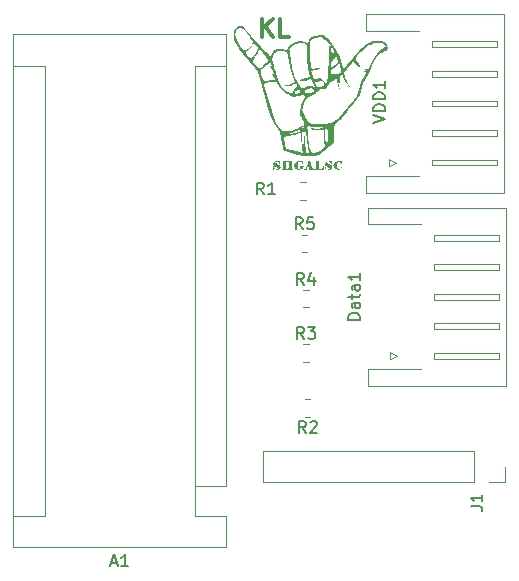
<source format=gbr>
%TF.GenerationSoftware,KiCad,Pcbnew,(6.0.7)*%
%TF.CreationDate,2023-03-11T00:51:03-05:00*%
%TF.ProjectId,GNERAL,474e4552-414c-42e6-9b69-6361645f7063,rev?*%
%TF.SameCoordinates,Original*%
%TF.FileFunction,Legend,Top*%
%TF.FilePolarity,Positive*%
%FSLAX46Y46*%
G04 Gerber Fmt 4.6, Leading zero omitted, Abs format (unit mm)*
G04 Created by KiCad (PCBNEW (6.0.7)) date 2023-03-11 00:51:03*
%MOMM*%
%LPD*%
G01*
G04 APERTURE LIST*
%ADD10C,0.300000*%
%ADD11C,0.150000*%
%ADD12C,0.120000*%
G04 APERTURE END LIST*
D10*
%TO.C,KL*%
X151274000Y-75059428D02*
X151274000Y-73535428D01*
X152144857Y-75059428D02*
X151491714Y-74188571D01*
X152144857Y-73535428D02*
X151274000Y-74406285D01*
X153523714Y-75059428D02*
X152798000Y-75059428D01*
X152798000Y-73535428D01*
D11*
%TO.C,R5*%
X154683333Y-91372380D02*
X154350000Y-90896190D01*
X154111904Y-91372380D02*
X154111904Y-90372380D01*
X154492857Y-90372380D01*
X154588095Y-90420000D01*
X154635714Y-90467619D01*
X154683333Y-90562857D01*
X154683333Y-90705714D01*
X154635714Y-90800952D01*
X154588095Y-90848571D01*
X154492857Y-90896190D01*
X154111904Y-90896190D01*
X155588095Y-90372380D02*
X155111904Y-90372380D01*
X155064285Y-90848571D01*
X155111904Y-90800952D01*
X155207142Y-90753333D01*
X155445238Y-90753333D01*
X155540476Y-90800952D01*
X155588095Y-90848571D01*
X155635714Y-90943809D01*
X155635714Y-91181904D01*
X155588095Y-91277142D01*
X155540476Y-91324761D01*
X155445238Y-91372380D01*
X155207142Y-91372380D01*
X155111904Y-91324761D01*
X155064285Y-91277142D01*
%TO.C,A1*%
X138475714Y-119626666D02*
X138951904Y-119626666D01*
X138380476Y-119912380D02*
X138713809Y-118912380D01*
X139047142Y-119912380D01*
X139904285Y-119912380D02*
X139332857Y-119912380D01*
X139618571Y-119912380D02*
X139618571Y-118912380D01*
X139523333Y-119055238D01*
X139428095Y-119150476D01*
X139332857Y-119198095D01*
%TO.C,R4*%
X154793333Y-96062380D02*
X154460000Y-95586190D01*
X154221904Y-96062380D02*
X154221904Y-95062380D01*
X154602857Y-95062380D01*
X154698095Y-95110000D01*
X154745714Y-95157619D01*
X154793333Y-95252857D01*
X154793333Y-95395714D01*
X154745714Y-95490952D01*
X154698095Y-95538571D01*
X154602857Y-95586190D01*
X154221904Y-95586190D01*
X155650476Y-95395714D02*
X155650476Y-96062380D01*
X155412380Y-95014761D02*
X155174285Y-95729047D01*
X155793333Y-95729047D01*
%TO.C,R1*%
X151393333Y-88422380D02*
X151060000Y-87946190D01*
X150821904Y-88422380D02*
X150821904Y-87422380D01*
X151202857Y-87422380D01*
X151298095Y-87470000D01*
X151345714Y-87517619D01*
X151393333Y-87612857D01*
X151393333Y-87755714D01*
X151345714Y-87850952D01*
X151298095Y-87898571D01*
X151202857Y-87946190D01*
X150821904Y-87946190D01*
X152345714Y-88422380D02*
X151774285Y-88422380D01*
X152060000Y-88422380D02*
X152060000Y-87422380D01*
X151964761Y-87565238D01*
X151869523Y-87660476D01*
X151774285Y-87708095D01*
%TO.C,J1*%
X168912380Y-114843333D02*
X169626666Y-114843333D01*
X169769523Y-114890952D01*
X169864761Y-114986190D01*
X169912380Y-115129047D01*
X169912380Y-115224285D01*
X169912380Y-113843333D02*
X169912380Y-114414761D01*
X169912380Y-114129047D02*
X168912380Y-114129047D01*
X169055238Y-114224285D01*
X169150476Y-114319523D01*
X169198095Y-114414761D01*
%TO.C,R2*%
X154943333Y-108612380D02*
X154610000Y-108136190D01*
X154371904Y-108612380D02*
X154371904Y-107612380D01*
X154752857Y-107612380D01*
X154848095Y-107660000D01*
X154895714Y-107707619D01*
X154943333Y-107802857D01*
X154943333Y-107945714D01*
X154895714Y-108040952D01*
X154848095Y-108088571D01*
X154752857Y-108136190D01*
X154371904Y-108136190D01*
X155324285Y-107707619D02*
X155371904Y-107660000D01*
X155467142Y-107612380D01*
X155705238Y-107612380D01*
X155800476Y-107660000D01*
X155848095Y-107707619D01*
X155895714Y-107802857D01*
X155895714Y-107898095D01*
X155848095Y-108040952D01*
X155276666Y-108612380D01*
X155895714Y-108612380D01*
%TO.C,VDD1*%
X160672380Y-82369523D02*
X161672380Y-82036190D01*
X160672380Y-81702857D01*
X161672380Y-81369523D02*
X160672380Y-81369523D01*
X160672380Y-81131428D01*
X160720000Y-80988571D01*
X160815238Y-80893333D01*
X160910476Y-80845714D01*
X161100952Y-80798095D01*
X161243809Y-80798095D01*
X161434285Y-80845714D01*
X161529523Y-80893333D01*
X161624761Y-80988571D01*
X161672380Y-81131428D01*
X161672380Y-81369523D01*
X161672380Y-80369523D02*
X160672380Y-80369523D01*
X160672380Y-80131428D01*
X160720000Y-79988571D01*
X160815238Y-79893333D01*
X160910476Y-79845714D01*
X161100952Y-79798095D01*
X161243809Y-79798095D01*
X161434285Y-79845714D01*
X161529523Y-79893333D01*
X161624761Y-79988571D01*
X161672380Y-80131428D01*
X161672380Y-80369523D01*
X161672380Y-78845714D02*
X161672380Y-79417142D01*
X161672380Y-79131428D02*
X160672380Y-79131428D01*
X160815238Y-79226666D01*
X160910476Y-79321904D01*
X160958095Y-79417142D01*
%TO.C,R3*%
X154793333Y-100652380D02*
X154460000Y-100176190D01*
X154221904Y-100652380D02*
X154221904Y-99652380D01*
X154602857Y-99652380D01*
X154698095Y-99700000D01*
X154745714Y-99747619D01*
X154793333Y-99842857D01*
X154793333Y-99985714D01*
X154745714Y-100080952D01*
X154698095Y-100128571D01*
X154602857Y-100176190D01*
X154221904Y-100176190D01*
X155126666Y-99652380D02*
X155745714Y-99652380D01*
X155412380Y-100033333D01*
X155555238Y-100033333D01*
X155650476Y-100080952D01*
X155698095Y-100128571D01*
X155745714Y-100223809D01*
X155745714Y-100461904D01*
X155698095Y-100557142D01*
X155650476Y-100604761D01*
X155555238Y-100652380D01*
X155269523Y-100652380D01*
X155174285Y-100604761D01*
X155126666Y-100557142D01*
%TO.C,Data1*%
X159542380Y-99028571D02*
X158542380Y-99028571D01*
X158542380Y-98790476D01*
X158590000Y-98647619D01*
X158685238Y-98552380D01*
X158780476Y-98504761D01*
X158970952Y-98457142D01*
X159113809Y-98457142D01*
X159304285Y-98504761D01*
X159399523Y-98552380D01*
X159494761Y-98647619D01*
X159542380Y-98790476D01*
X159542380Y-99028571D01*
X159542380Y-97600000D02*
X159018571Y-97600000D01*
X158923333Y-97647619D01*
X158875714Y-97742857D01*
X158875714Y-97933333D01*
X158923333Y-98028571D01*
X159494761Y-97600000D02*
X159542380Y-97695238D01*
X159542380Y-97933333D01*
X159494761Y-98028571D01*
X159399523Y-98076190D01*
X159304285Y-98076190D01*
X159209047Y-98028571D01*
X159161428Y-97933333D01*
X159161428Y-97695238D01*
X159113809Y-97600000D01*
X158875714Y-97266666D02*
X158875714Y-96885714D01*
X158542380Y-97123809D02*
X159399523Y-97123809D01*
X159494761Y-97076190D01*
X159542380Y-96980952D01*
X159542380Y-96885714D01*
X159542380Y-96123809D02*
X159018571Y-96123809D01*
X158923333Y-96171428D01*
X158875714Y-96266666D01*
X158875714Y-96457142D01*
X158923333Y-96552380D01*
X159494761Y-96123809D02*
X159542380Y-96219047D01*
X159542380Y-96457142D01*
X159494761Y-96552380D01*
X159399523Y-96600000D01*
X159304285Y-96600000D01*
X159209047Y-96552380D01*
X159161428Y-96457142D01*
X159161428Y-96219047D01*
X159113809Y-96123809D01*
X159542380Y-95123809D02*
X159542380Y-95695238D01*
X159542380Y-95409523D02*
X158542380Y-95409523D01*
X158685238Y-95504761D01*
X158780476Y-95600000D01*
X158828095Y-95695238D01*
%TO.C,KL*%
G36*
X152561967Y-85611426D02*
G01*
X152616513Y-85629939D01*
X152669890Y-85649840D01*
X152699229Y-85650698D01*
X152719596Y-85632514D01*
X152721508Y-85629939D01*
X152747989Y-85601482D01*
X152764175Y-85606731D01*
X152772112Y-85649048D01*
X152773904Y-85715942D01*
X152769224Y-85793921D01*
X152755206Y-85829473D01*
X152731888Y-85822573D01*
X152699304Y-85773197D01*
X152697294Y-85769346D01*
X152647371Y-85703265D01*
X152580465Y-85653942D01*
X152507431Y-85625385D01*
X152439121Y-85621603D01*
X152386390Y-85646602D01*
X152380953Y-85652525D01*
X152362281Y-85685671D01*
X152367083Y-85717283D01*
X152399301Y-85750791D01*
X152462877Y-85789626D01*
X152561754Y-85837217D01*
X152625568Y-85865326D01*
X152716827Y-85913794D01*
X152772032Y-85966322D01*
X152783231Y-85984783D01*
X152814004Y-86080650D01*
X152807213Y-86166726D01*
X152768410Y-86238947D01*
X152703144Y-86293248D01*
X152616967Y-86325564D01*
X152515429Y-86331829D01*
X152404082Y-86307979D01*
X152363954Y-86291826D01*
X152291144Y-86264599D01*
X152248357Y-86264262D01*
X152231107Y-86291235D01*
X152230240Y-86304383D01*
X152218081Y-86332489D01*
X152208493Y-86335719D01*
X152197724Y-86315372D01*
X152190156Y-86259824D01*
X152186819Y-86177310D01*
X152186747Y-86161746D01*
X152188747Y-86080956D01*
X152194063Y-86020117D01*
X152201667Y-85989521D01*
X152204125Y-85987774D01*
X152222048Y-86006119D01*
X152244304Y-86051466D01*
X152248993Y-86063796D01*
X152289665Y-86141205D01*
X152349671Y-86215666D01*
X152416963Y-86274435D01*
X152476055Y-86303971D01*
X152555517Y-86311977D01*
X152613263Y-86293950D01*
X152641727Y-86252931D01*
X152643425Y-86236733D01*
X152638899Y-86209753D01*
X152620679Y-86185249D01*
X152581801Y-86158135D01*
X152515303Y-86123322D01*
X152438285Y-86086857D01*
X152345431Y-86042828D01*
X152284290Y-86009923D01*
X152246751Y-85981782D01*
X152224704Y-85952046D01*
X152210038Y-85914356D01*
X152207441Y-85905852D01*
X152197420Y-85809891D01*
X152223603Y-85726912D01*
X152279569Y-85661246D01*
X152358899Y-85617223D01*
X152455172Y-85599173D01*
X152561967Y-85611426D01*
G37*
G36*
X153735888Y-85601359D02*
G01*
X153803510Y-85604808D01*
X153840375Y-85609718D01*
X153840224Y-85615581D01*
X153839486Y-85615794D01*
X153785120Y-85630916D01*
X153785120Y-86301138D01*
X153839486Y-86316261D01*
X153841020Y-86322148D01*
X153805321Y-86327099D01*
X153738650Y-86330606D01*
X153647267Y-86332160D01*
X153643767Y-86332173D01*
X153531818Y-86331227D01*
X153462435Y-86327493D01*
X153434774Y-86320893D01*
X153442611Y-86313295D01*
X153467703Y-86299360D01*
X153482384Y-86275796D01*
X153489392Y-86232329D01*
X153491470Y-86158683D01*
X153491541Y-86129827D01*
X153491541Y-85966027D01*
X153295822Y-85966027D01*
X153295822Y-86129827D01*
X153296972Y-86214289D01*
X153302248Y-86265554D01*
X153314391Y-86293898D01*
X153336141Y-86309595D01*
X153344752Y-86313295D01*
X153350639Y-86322302D01*
X153315493Y-86328379D01*
X153238472Y-86331602D01*
X153143596Y-86332173D01*
X153051476Y-86330695D01*
X152983853Y-86327247D01*
X152946988Y-86322336D01*
X152947139Y-86316473D01*
X152947877Y-86316261D01*
X153002243Y-86301138D01*
X153002243Y-85630916D01*
X152947877Y-85615794D01*
X152946344Y-85609907D01*
X152982042Y-85604955D01*
X153048713Y-85601448D01*
X153140096Y-85599894D01*
X153143596Y-85599882D01*
X153251745Y-85600918D01*
X153322133Y-85604704D01*
X153352719Y-85611063D01*
X153347624Y-85617697D01*
X153311220Y-85645941D01*
X153291930Y-85698453D01*
X153288036Y-85782081D01*
X153291596Y-85840984D01*
X153300202Y-85944281D01*
X153491541Y-85944281D01*
X153491541Y-85791354D01*
X153490198Y-85710111D01*
X153484143Y-85661620D01*
X153470341Y-85635169D01*
X153445756Y-85620051D01*
X153442611Y-85618760D01*
X153436725Y-85609752D01*
X153471870Y-85603676D01*
X153548891Y-85600452D01*
X153643767Y-85599882D01*
X153735888Y-85601359D01*
G37*
G36*
X154466095Y-85604987D02*
G01*
X154559504Y-85629795D01*
X154618766Y-85648857D01*
X154651886Y-85651351D01*
X154673115Y-85636826D01*
X154681619Y-85625946D01*
X154701797Y-85602440D01*
X154715406Y-85602050D01*
X154724903Y-85630348D01*
X154732747Y-85692907D01*
X154738074Y-85753998D01*
X154742789Y-85835014D01*
X154739765Y-85880860D01*
X154728071Y-85899324D01*
X154720569Y-85900788D01*
X154695678Y-85881976D01*
X154676980Y-85836684D01*
X154676859Y-85836136D01*
X154645598Y-85762322D01*
X154591894Y-85697495D01*
X154525805Y-85648669D01*
X154457389Y-85622855D01*
X154396703Y-85627065D01*
X154385222Y-85632818D01*
X154330643Y-85685891D01*
X154295842Y-85768607D01*
X154279735Y-85884741D01*
X154279451Y-86000927D01*
X154290998Y-86138006D01*
X154313966Y-86234392D01*
X154348964Y-86291519D01*
X154396602Y-86310822D01*
X154410823Y-86309868D01*
X154451665Y-86284871D01*
X154475526Y-86232732D01*
X154482713Y-86166218D01*
X154473536Y-86098096D01*
X154448302Y-86041132D01*
X154407320Y-86008093D01*
X154403507Y-86006904D01*
X154402965Y-86001308D01*
X154439643Y-85996682D01*
X154507275Y-85993472D01*
X154599589Y-85992125D01*
X154611490Y-85992109D01*
X154706087Y-85993233D01*
X154776572Y-85996301D01*
X154816728Y-86000861D01*
X154820339Y-86006460D01*
X154818082Y-86007163D01*
X154789713Y-86018234D01*
X154772767Y-86038753D01*
X154763611Y-86078997D01*
X154758611Y-86149241D01*
X154757327Y-86178968D01*
X154752845Y-86255229D01*
X154746949Y-86310989D01*
X154740829Y-86335409D01*
X154740136Y-86335719D01*
X154717156Y-86324057D01*
X154674959Y-86295466D01*
X154667895Y-86290295D01*
X154606455Y-86244870D01*
X154517416Y-86290295D01*
X154405781Y-86326661D01*
X154285723Y-86331913D01*
X154175753Y-86305249D01*
X154175480Y-86305130D01*
X154083430Y-86243140D01*
X154013063Y-86152949D01*
X153970085Y-86046269D01*
X153960203Y-85934806D01*
X153969201Y-85881880D01*
X154020085Y-85769392D01*
X154101486Y-85682781D01*
X154207136Y-85624724D01*
X154330763Y-85597900D01*
X154466095Y-85604987D01*
G37*
G36*
X155055295Y-85938844D02*
G01*
X155099882Y-85813200D01*
X155133200Y-85722789D01*
X155158406Y-85661814D01*
X155178661Y-85624478D01*
X155197123Y-85604984D01*
X155216951Y-85597536D01*
X155241303Y-85596336D01*
X155241926Y-85596335D01*
X155278471Y-85599770D01*
X155304457Y-85616179D01*
X155327795Y-85654719D01*
X155356396Y-85724550D01*
X155359334Y-85732252D01*
X155423353Y-85899899D01*
X155473972Y-86031066D01*
X155512931Y-86130044D01*
X155541970Y-86201127D01*
X155562827Y-86248608D01*
X155577242Y-86276779D01*
X155583997Y-86286789D01*
X155622020Y-86306026D01*
X155681265Y-86313137D01*
X155740909Y-86307129D01*
X155770098Y-86295673D01*
X155781381Y-86276857D01*
X155788777Y-86233884D01*
X155792613Y-86161577D01*
X155793220Y-86054759D01*
X155791845Y-85953687D01*
X155785805Y-85629333D01*
X155720565Y-85615407D01*
X155716290Y-85610373D01*
X155749743Y-85606206D01*
X155815162Y-85603267D01*
X155906785Y-85601914D01*
X155938031Y-85601870D01*
X156037406Y-85602688D01*
X156113366Y-85604659D01*
X156159785Y-85607513D01*
X156170540Y-85610977D01*
X156166370Y-85612012D01*
X156117851Y-85625820D01*
X156094092Y-85638922D01*
X156087380Y-85665633D01*
X156080790Y-85727819D01*
X156074909Y-85817468D01*
X156070327Y-85926563D01*
X156068725Y-85985026D01*
X156061269Y-86313972D01*
X156128420Y-86313972D01*
X156188121Y-86295821D01*
X156257378Y-86247182D01*
X156326927Y-86176773D01*
X156387501Y-86093316D01*
X156413165Y-86046002D01*
X156441257Y-85998767D01*
X156465789Y-85977078D01*
X156472082Y-85977679D01*
X156481697Y-86003957D01*
X156488892Y-86062352D01*
X156492411Y-86141506D01*
X156492569Y-86163030D01*
X156492569Y-86335719D01*
X155823861Y-86333196D01*
X155660795Y-86332254D01*
X155514848Y-86330777D01*
X155390826Y-86328865D01*
X155293533Y-86326617D01*
X155227773Y-86324133D01*
X155198350Y-86321514D01*
X155198647Y-86320212D01*
X155247054Y-86301352D01*
X155265587Y-86268792D01*
X155258440Y-86211847D01*
X155251246Y-86186168D01*
X155231632Y-86129982D01*
X155207533Y-86104121D01*
X155163413Y-86096846D01*
X155132611Y-86096507D01*
X155074072Y-86099162D01*
X155043708Y-86114876D01*
X155026223Y-86155266D01*
X155018915Y-86182879D01*
X155008453Y-86250638D01*
X155024092Y-86291010D01*
X155071545Y-86315028D01*
X155089915Y-86319983D01*
X155090609Y-86324970D01*
X155054930Y-86329048D01*
X154989995Y-86331562D01*
X154959435Y-86331969D01*
X154875452Y-86332126D01*
X154830197Y-86330248D01*
X154818918Y-86325158D01*
X154836856Y-86315677D01*
X154859901Y-86307308D01*
X154887868Y-86296082D01*
X154910704Y-86280288D01*
X154931734Y-86253663D01*
X154954279Y-86209940D01*
X154981662Y-86142854D01*
X155013703Y-86055669D01*
X155057295Y-86055669D01*
X155076417Y-86068302D01*
X155123420Y-86074600D01*
X155133232Y-86074760D01*
X155209169Y-86074760D01*
X155173188Y-85982337D01*
X155150433Y-85925445D01*
X155134511Y-85888489D01*
X155131145Y-85882127D01*
X155120396Y-85894370D01*
X155101339Y-85932768D01*
X155080275Y-85982510D01*
X155063508Y-86028787D01*
X155057295Y-86055669D01*
X155013703Y-86055669D01*
X155017205Y-86046140D01*
X155055295Y-85938844D01*
G37*
G36*
X156934488Y-85611042D02*
G01*
X156982095Y-85627649D01*
X157037700Y-85648630D01*
X157068496Y-85650946D01*
X157088817Y-85634894D01*
X157092570Y-85629939D01*
X157119051Y-85601482D01*
X157135236Y-85606731D01*
X157143174Y-85649048D01*
X157144966Y-85715942D01*
X157140707Y-85793428D01*
X157127277Y-85828845D01*
X157103694Y-85822839D01*
X157068976Y-85776056D01*
X157064646Y-85768806D01*
X157017245Y-85709602D01*
X156958059Y-85660388D01*
X156957553Y-85660073D01*
X156883607Y-85627000D01*
X156817845Y-85618876D01*
X156766863Y-85631445D01*
X156737259Y-85660454D01*
X156735629Y-85701647D01*
X156768570Y-85750770D01*
X156789080Y-85768730D01*
X156835261Y-85799835D01*
X156869294Y-85813942D01*
X156870630Y-85814014D01*
X156928110Y-85827786D01*
X157001001Y-85862147D01*
X157073941Y-85907841D01*
X157131569Y-85955609D01*
X157154424Y-85985038D01*
X157185144Y-86080810D01*
X157178302Y-86166810D01*
X157139456Y-86238974D01*
X157074162Y-86293237D01*
X156987976Y-86325535D01*
X156886455Y-86331805D01*
X156775154Y-86307981D01*
X156735016Y-86291826D01*
X156662205Y-86264599D01*
X156619419Y-86264262D01*
X156602169Y-86291235D01*
X156601302Y-86304383D01*
X156589143Y-86332489D01*
X156579555Y-86335719D01*
X156568786Y-86315372D01*
X156561218Y-86259824D01*
X156557881Y-86177310D01*
X156557808Y-86161746D01*
X156559686Y-86080967D01*
X156564675Y-86020153D01*
X156571811Y-85989589D01*
X156574118Y-85987851D01*
X156591477Y-86005915D01*
X156619633Y-86052606D01*
X156644795Y-86102021D01*
X156698862Y-86188146D01*
X156766054Y-86255398D01*
X156838514Y-86299696D01*
X156908390Y-86316957D01*
X156967827Y-86303100D01*
X156991874Y-86282396D01*
X157010655Y-86243637D01*
X156998689Y-86205062D01*
X156952890Y-86163474D01*
X156870174Y-86115680D01*
X156796987Y-86080611D01*
X156698064Y-86032842D01*
X156633190Y-85994421D01*
X156595280Y-85960560D01*
X156579699Y-85933785D01*
X156559322Y-85844683D01*
X156575437Y-85767681D01*
X156629232Y-85691733D01*
X156716980Y-85625820D01*
X156820704Y-85598565D01*
X156934488Y-85611042D01*
G37*
G36*
X157857437Y-85629939D02*
G01*
X157910814Y-85649840D01*
X157940154Y-85650698D01*
X157960521Y-85632514D01*
X157962433Y-85629939D01*
X157987198Y-85602686D01*
X158002961Y-85605330D01*
X158011519Y-85641940D01*
X158014669Y-85716588D01*
X158014829Y-85748562D01*
X158012492Y-85823590D01*
X158006342Y-85877958D01*
X157997671Y-85900667D01*
X157996959Y-85900788D01*
X157978763Y-85882656D01*
X157951237Y-85836100D01*
X157931573Y-85795651D01*
X157877647Y-85704994D01*
X157817796Y-85654166D01*
X157755373Y-85644017D01*
X157693734Y-85675395D01*
X157651339Y-85724745D01*
X157616157Y-85804091D01*
X157600344Y-85900548D01*
X157602195Y-86003994D01*
X157620005Y-86104313D01*
X157652071Y-86191386D01*
X157696689Y-86255093D01*
X157745520Y-86283929D01*
X157823688Y-86282994D01*
X157893846Y-86241354D01*
X157951961Y-86161615D01*
X157959900Y-86145437D01*
X157990693Y-86088728D01*
X158015965Y-86057895D01*
X158030501Y-86056403D01*
X158029083Y-86087717D01*
X158025375Y-86101943D01*
X157976077Y-86201181D01*
X157897540Y-86274888D01*
X157797546Y-86320367D01*
X157683873Y-86334919D01*
X157564302Y-86315849D01*
X157492258Y-86286789D01*
X157391259Y-86217686D01*
X157327975Y-86129263D01*
X157299495Y-86016733D01*
X157297192Y-85966027D01*
X157313063Y-85842952D01*
X157362618Y-85745825D01*
X157448769Y-85669859D01*
X157492258Y-85645265D01*
X157619370Y-85603857D01*
X157751847Y-85601603D01*
X157857437Y-85629939D01*
G37*
G36*
X153424857Y-76036178D02*
G01*
X153506789Y-75898797D01*
X153626291Y-75774754D01*
X153778818Y-75666519D01*
X153959823Y-75576568D01*
X154164763Y-75507373D01*
X154389092Y-75461407D01*
X154505780Y-75448021D01*
X154592496Y-75442575D01*
X154655830Y-75446633D01*
X154715488Y-75463792D01*
X154791179Y-75497649D01*
X154799359Y-75501594D01*
X154924742Y-75557481D01*
X155020046Y-75587377D01*
X155090416Y-75590808D01*
X155140995Y-75567299D01*
X155176927Y-75516375D01*
X155195870Y-75465000D01*
X155249812Y-75321613D01*
X155318942Y-75212849D01*
X155409755Y-75130716D01*
X155513973Y-75073586D01*
X155598649Y-75044995D01*
X155718332Y-75017057D01*
X155864539Y-74991243D01*
X156028791Y-74969024D01*
X156202608Y-74951869D01*
X156226542Y-74950006D01*
X156428067Y-74934846D01*
X156552741Y-75017280D01*
X156655386Y-75093740D01*
X156772713Y-75194967D01*
X156893809Y-75310567D01*
X157007762Y-75430143D01*
X157099926Y-75538544D01*
X157148124Y-75604261D01*
X157212534Y-75698527D01*
X157287428Y-75812341D01*
X157367075Y-75936701D01*
X157445744Y-76062603D01*
X157517705Y-76181047D01*
X157577229Y-76283030D01*
X157600409Y-76324799D01*
X157632233Y-76380133D01*
X157679879Y-76458860D01*
X157735398Y-76547953D01*
X157764227Y-76593253D01*
X157819782Y-76682346D01*
X157854940Y-76747640D01*
X157874340Y-76800904D01*
X157882623Y-76853903D01*
X157884298Y-76897705D01*
X157898640Y-77013518D01*
X157940046Y-77153394D01*
X157958432Y-77202157D01*
X158005580Y-77320557D01*
X158053406Y-77437913D01*
X158098841Y-77546982D01*
X158138814Y-77640525D01*
X158170256Y-77711299D01*
X158190095Y-77752064D01*
X158194356Y-77758625D01*
X158211828Y-77748584D01*
X158246131Y-77711395D01*
X158282170Y-77665294D01*
X158347680Y-77579469D01*
X158436549Y-77467645D01*
X158544368Y-77335018D01*
X158666723Y-77186782D01*
X158799204Y-77028133D01*
X158937398Y-76864265D01*
X159076895Y-76700372D01*
X159213283Y-76541651D01*
X159342150Y-76393295D01*
X159459085Y-76260500D01*
X159559676Y-76148460D01*
X159639511Y-76062371D01*
X159670621Y-76030324D01*
X159874930Y-75841168D01*
X160075446Y-75689750D01*
X160279000Y-75571633D01*
X160492426Y-75482380D01*
X160537432Y-75467432D01*
X160616742Y-75443523D01*
X160686141Y-75427051D01*
X160757137Y-75416655D01*
X160841241Y-75410974D01*
X160949962Y-75408648D01*
X161037603Y-75408291D01*
X161168453Y-75409036D01*
X161266067Y-75412235D01*
X161340680Y-75419011D01*
X161402528Y-75430483D01*
X161461848Y-75447773D01*
X161491036Y-75457964D01*
X161573037Y-75491077D01*
X161647041Y-75526874D01*
X161690133Y-75552955D01*
X161758079Y-75624338D01*
X161818315Y-75727440D01*
X161864856Y-75850523D01*
X161884781Y-75934849D01*
X161895016Y-76014571D01*
X161891620Y-76081740D01*
X161870638Y-76140219D01*
X161828111Y-76193869D01*
X161760082Y-76246553D01*
X161662594Y-76302132D01*
X161531689Y-76364468D01*
X161374675Y-76432659D01*
X161267400Y-76479515D01*
X161191233Y-76517433D01*
X161136499Y-76552592D01*
X161093524Y-76591169D01*
X161054250Y-76637281D01*
X160994385Y-76723720D01*
X160922732Y-76844208D01*
X160842762Y-76992064D01*
X160757946Y-77160606D01*
X160671755Y-77343155D01*
X160587659Y-77533029D01*
X160582032Y-77546207D01*
X160480629Y-77778408D01*
X160389285Y-77974637D01*
X160305225Y-78140476D01*
X160225673Y-78281511D01*
X160180130Y-78354726D01*
X160119480Y-78449034D01*
X160074201Y-78521808D01*
X160038087Y-78584642D01*
X160004931Y-78649133D01*
X159968527Y-78726876D01*
X159922668Y-78829468D01*
X159906606Y-78865770D01*
X159820670Y-79066156D01*
X159747731Y-79251192D01*
X159681542Y-79437933D01*
X159615860Y-79643433D01*
X159588053Y-79735633D01*
X159510413Y-79996592D01*
X158997954Y-80681609D01*
X158877067Y-80842888D01*
X158757554Y-81001752D01*
X158643492Y-81152823D01*
X158538961Y-81290720D01*
X158448039Y-81410062D01*
X158374805Y-81505468D01*
X158323339Y-81571559D01*
X158322026Y-81573219D01*
X158223650Y-81691934D01*
X158106390Y-81824492D01*
X157978302Y-81962524D01*
X157847440Y-82097661D01*
X157721860Y-82221536D01*
X157609615Y-82325778D01*
X157542045Y-82383600D01*
X157480981Y-82436300D01*
X157430786Y-82488969D01*
X157390659Y-82546160D01*
X157359796Y-82612426D01*
X157337397Y-82692319D01*
X157322659Y-82790392D01*
X157314782Y-82911198D01*
X157312962Y-83059289D01*
X157316399Y-83239219D01*
X157324291Y-83455540D01*
X157330049Y-83587446D01*
X157346882Y-83959807D01*
X157077388Y-84230122D01*
X156972772Y-84332189D01*
X156861979Y-84435410D01*
X156755259Y-84530551D01*
X156662859Y-84608375D01*
X156623048Y-84639556D01*
X156457694Y-84763979D01*
X156322865Y-84864970D01*
X156214261Y-84945152D01*
X156127581Y-85007149D01*
X156058528Y-85053586D01*
X156002800Y-85087086D01*
X155956099Y-85110273D01*
X155914124Y-85125771D01*
X155872576Y-85136204D01*
X155827156Y-85144196D01*
X155785805Y-85150494D01*
X155523742Y-85183988D01*
X155282680Y-85199907D01*
X155044001Y-85198624D01*
X154789088Y-85180516D01*
X154709349Y-85172157D01*
X154339263Y-85111811D01*
X153959135Y-85011781D01*
X153567350Y-84871583D01*
X153266616Y-84740591D01*
X153062979Y-84645431D01*
X153016800Y-84473923D01*
X152982151Y-84332553D01*
X152945050Y-84158941D01*
X152907564Y-83964102D01*
X152871763Y-83759049D01*
X152846732Y-83599529D01*
X153076670Y-83599529D01*
X153085325Y-83659858D01*
X153102802Y-83737003D01*
X153124185Y-83831803D01*
X153150878Y-83951904D01*
X153179069Y-84080079D01*
X153199072Y-84171935D01*
X153228016Y-84305010D01*
X153249927Y-84401598D01*
X153267050Y-84467703D01*
X153281629Y-84509330D01*
X153295909Y-84532483D01*
X153312135Y-84543168D01*
X153332551Y-84547390D01*
X153339753Y-84548284D01*
X153385898Y-84557937D01*
X153458990Y-84577431D01*
X153544702Y-84602895D01*
X153561224Y-84608087D01*
X153643639Y-84633076D01*
X153712169Y-84651753D01*
X153754587Y-84660842D01*
X153759547Y-84661233D01*
X153795170Y-84667548D01*
X153857900Y-84684038D01*
X153927791Y-84705147D01*
X154010699Y-84730088D01*
X154086896Y-84750417D01*
X154131780Y-84760189D01*
X154188891Y-84773014D01*
X154267369Y-84794599D01*
X154328784Y-84813459D01*
X154412425Y-84838564D01*
X154491674Y-84859234D01*
X154534716Y-84868302D01*
X154587690Y-84879306D01*
X154618376Y-84889584D01*
X154619890Y-84890723D01*
X154647641Y-84899690D01*
X154660172Y-84900445D01*
X154676927Y-84891705D01*
X154682728Y-84859690D01*
X154678711Y-84795710D01*
X154676499Y-84775402D01*
X154667767Y-84701043D01*
X154655394Y-84598721D01*
X154641231Y-84483619D01*
X154630826Y-84400274D01*
X154616298Y-84274348D01*
X154602822Y-84139291D01*
X154592318Y-84015193D01*
X154588247Y-83954469D01*
X154581964Y-83865001D01*
X154572615Y-83758003D01*
X154561148Y-83641767D01*
X154560245Y-83633395D01*
X154634864Y-83633395D01*
X154634942Y-83671764D01*
X154649984Y-83987689D01*
X154693120Y-84283684D01*
X154766555Y-84574768D01*
X154768466Y-84581027D01*
X154789099Y-84641109D01*
X154805311Y-84669717D01*
X154817610Y-84664790D01*
X154826506Y-84624266D01*
X154832507Y-84546084D01*
X154836122Y-84428182D01*
X154837661Y-84300754D01*
X154836858Y-84163473D01*
X154833063Y-84016897D01*
X154826892Y-83878705D01*
X154819091Y-83767963D01*
X154804394Y-83605964D01*
X154793359Y-83480493D01*
X154785478Y-83384787D01*
X154780240Y-83312082D01*
X154777135Y-83255614D01*
X154776081Y-83222199D01*
X154842502Y-83222199D01*
X154842533Y-83362198D01*
X154846414Y-83498537D01*
X154854437Y-83624486D01*
X154862278Y-83699715D01*
X154874546Y-83804146D01*
X154885760Y-83910938D01*
X154893633Y-83998216D01*
X154894042Y-84003596D01*
X154900827Y-84072775D01*
X154912689Y-84172329D01*
X154928037Y-84289651D01*
X154945280Y-84412138D01*
X154947706Y-84428650D01*
X154964260Y-84548262D01*
X154978007Y-84661970D01*
X154987664Y-84758102D01*
X154991952Y-84824988D01*
X154992055Y-84832774D01*
X154993836Y-84895460D01*
X154998360Y-84937252D01*
X155001361Y-84945750D01*
X155026351Y-84951210D01*
X155081879Y-84956240D01*
X155142714Y-84959231D01*
X155224973Y-84958388D01*
X155267320Y-84948652D01*
X155274749Y-84937485D01*
X155267420Y-84904075D01*
X155248484Y-84844873D01*
X155229177Y-84791712D01*
X155199686Y-84704817D01*
X155174942Y-84615692D01*
X155165969Y-84574246D01*
X155132319Y-84383725D01*
X155105248Y-84219881D01*
X155082418Y-84066821D01*
X155061489Y-83908653D01*
X155040125Y-83729486D01*
X155034791Y-83682637D01*
X155019711Y-83548535D01*
X155005803Y-83423484D01*
X154994033Y-83316261D01*
X154985366Y-83235647D01*
X154981037Y-83193339D01*
X154968039Y-83067297D01*
X154953843Y-82947755D01*
X154939525Y-82842098D01*
X154932777Y-82799493D01*
X155089564Y-82799493D01*
X155099795Y-82872726D01*
X155100876Y-82878479D01*
X155110169Y-82942014D01*
X155121145Y-83040020D01*
X155133098Y-83163540D01*
X155145320Y-83303618D01*
X155157102Y-83451296D01*
X155167738Y-83597619D01*
X155176519Y-83733629D01*
X155182737Y-83850370D01*
X155185684Y-83938886D01*
X155185823Y-83953401D01*
X155186628Y-84015285D01*
X155189672Y-84068579D01*
X155196567Y-84123446D01*
X155208924Y-84190049D01*
X155228355Y-84278551D01*
X155256472Y-84399113D01*
X155256574Y-84399547D01*
X155287900Y-84513404D01*
X155326781Y-84626241D01*
X155369539Y-84729937D01*
X155412492Y-84816368D01*
X155451961Y-84877411D01*
X155484265Y-84904945D01*
X155485724Y-84905318D01*
X155550865Y-84909243D01*
X155645003Y-84901851D01*
X155755551Y-84884572D01*
X155849811Y-84863979D01*
X156003341Y-84810709D01*
X156162011Y-84729071D01*
X156308571Y-84627984D01*
X156312751Y-84624622D01*
X156362915Y-84578550D01*
X156422153Y-84516065D01*
X156482981Y-84446194D01*
X156537912Y-84377964D01*
X156579458Y-84320400D01*
X156600134Y-84282529D01*
X156601168Y-84276883D01*
X156591834Y-84246671D01*
X156569456Y-84198382D01*
X156568414Y-84196375D01*
X156552039Y-84161084D01*
X156539010Y-84121325D01*
X156528758Y-84071358D01*
X156520716Y-84005444D01*
X156514315Y-83917842D01*
X156508985Y-83802813D01*
X156504159Y-83654616D01*
X156500286Y-83508664D01*
X156494680Y-83327624D01*
X156487536Y-83185912D01*
X156485937Y-83167691D01*
X156578185Y-83167691D01*
X156579105Y-83287423D01*
X156582150Y-83413384D01*
X156587190Y-83538139D01*
X156594098Y-83654254D01*
X156602744Y-83754293D01*
X156612998Y-83830822D01*
X156614676Y-83839858D01*
X156635028Y-83923729D01*
X156661630Y-84006062D01*
X156690624Y-84077834D01*
X156718151Y-84130020D01*
X156740353Y-84153597D01*
X156748127Y-84151964D01*
X156755371Y-84129131D01*
X156768647Y-84074627D01*
X156785316Y-83999403D01*
X156788421Y-83984753D01*
X156799207Y-83925845D01*
X156806940Y-83862201D01*
X156811791Y-83787184D01*
X156813932Y-83694159D01*
X156813535Y-83576487D01*
X156810772Y-83427532D01*
X156806791Y-83274889D01*
X156806273Y-83258337D01*
X156993438Y-83258337D01*
X156994583Y-83338527D01*
X156999856Y-83458162D01*
X157006918Y-83581394D01*
X157013604Y-83675827D01*
X157020703Y-83751705D01*
X157027273Y-83800128D01*
X157031491Y-83813116D01*
X157034315Y-83792711D01*
X157034868Y-83736733D01*
X157033244Y-83653038D01*
X157029532Y-83549481D01*
X157028027Y-83515754D01*
X157022233Y-83406594D01*
X157015972Y-83313837D01*
X157009901Y-83245731D01*
X157004679Y-83210522D01*
X157003454Y-83207678D01*
X156996402Y-83215439D01*
X156993438Y-83258337D01*
X156806273Y-83258337D01*
X156801176Y-83095413D01*
X156795460Y-82955878D01*
X156789368Y-82852731D01*
X156782628Y-82782418D01*
X156774965Y-82741387D01*
X156766105Y-82726086D01*
X156764505Y-82725788D01*
X156737352Y-82742337D01*
X156698546Y-82784406D01*
X156677415Y-82812774D01*
X156638743Y-82863464D01*
X156607999Y-82894817D01*
X156598344Y-82899760D01*
X156589471Y-82920223D01*
X156583239Y-82976656D01*
X156579520Y-83061624D01*
X156578185Y-83167691D01*
X156485937Y-83167691D01*
X156478185Y-83079374D01*
X156465956Y-83003854D01*
X156450180Y-82955196D01*
X156430187Y-82929246D01*
X156405710Y-82921841D01*
X156370260Y-82927187D01*
X156305178Y-82941091D01*
X156222844Y-82960853D01*
X156198990Y-82966913D01*
X156077885Y-82991449D01*
X155942411Y-83008846D01*
X155839957Y-83015073D01*
X155743082Y-83015132D01*
X155676174Y-83009437D01*
X155625840Y-82995633D01*
X155578687Y-82971364D01*
X155573545Y-82968217D01*
X155509638Y-82920933D01*
X155458183Y-82868973D01*
X155429646Y-82823611D01*
X155426986Y-82810325D01*
X155445470Y-82802828D01*
X155491058Y-82804827D01*
X155548955Y-82814155D01*
X155604364Y-82828643D01*
X155633579Y-82840603D01*
X155677066Y-82850968D01*
X155753169Y-82857026D01*
X155851241Y-82858931D01*
X155960635Y-82856837D01*
X156070703Y-82850897D01*
X156170799Y-82841266D01*
X156231622Y-82831961D01*
X156308706Y-82812603D01*
X156373220Y-82788033D01*
X156415856Y-82762789D01*
X156427305Y-82741406D01*
X156424839Y-82737795D01*
X156400685Y-82734048D01*
X156340745Y-82730399D01*
X156252727Y-82727163D01*
X156144337Y-82724653D01*
X156078481Y-82723692D01*
X155726530Y-82713120D01*
X155406062Y-82689623D01*
X155248490Y-82672089D01*
X155183674Y-82666790D01*
X155145881Y-82674713D01*
X155119543Y-82700273D01*
X155112449Y-82710660D01*
X155093414Y-82750802D01*
X155089564Y-82799493D01*
X154932777Y-82799493D01*
X154926159Y-82757712D01*
X154914819Y-82701985D01*
X154906697Y-82682294D01*
X154889803Y-82702901D01*
X154874995Y-82760232D01*
X154862567Y-82847559D01*
X154852813Y-82958149D01*
X154846027Y-83085273D01*
X154842502Y-83222199D01*
X154776081Y-83222199D01*
X154775653Y-83208618D01*
X154775373Y-83187902D01*
X154772189Y-83129565D01*
X154759371Y-83102756D01*
X154730031Y-83095598D01*
X154721788Y-83095479D01*
X154691324Y-83099766D01*
X154672645Y-83119425D01*
X154659985Y-83164654D01*
X154651111Y-83220522D01*
X154644744Y-83288216D01*
X154639630Y-83387514D01*
X154636195Y-83506534D01*
X154634864Y-83633395D01*
X154560245Y-83633395D01*
X154548506Y-83524591D01*
X154535635Y-83414767D01*
X154523481Y-83320592D01*
X154512989Y-83250360D01*
X154505104Y-83212366D01*
X154503205Y-83208284D01*
X154480088Y-83211033D01*
X154427339Y-83226509D01*
X154355789Y-83251486D01*
X154346317Y-83255020D01*
X154243993Y-83291572D01*
X154132234Y-83328437D01*
X154022401Y-83362183D01*
X153925853Y-83389373D01*
X153853950Y-83406576D01*
X153833525Y-83410036D01*
X153790109Y-83418174D01*
X153718397Y-83434231D01*
X153632165Y-83455086D01*
X153611147Y-83460381D01*
X153503391Y-83484597D01*
X153387236Y-83505827D01*
X153287594Y-83519526D01*
X153286466Y-83519639D01*
X153184924Y-83530109D01*
X153120254Y-83542010D01*
X153086241Y-83562698D01*
X153076670Y-83599529D01*
X152846732Y-83599529D01*
X152839713Y-83554798D01*
X152825649Y-83455735D01*
X152808377Y-83335946D01*
X152805762Y-83321334D01*
X153434765Y-83321334D01*
X153438506Y-83330266D01*
X153479707Y-83330012D01*
X153502415Y-83327209D01*
X153577160Y-83317009D01*
X153666953Y-83305421D01*
X153707248Y-83300432D01*
X153791654Y-83285279D01*
X153892554Y-83260290D01*
X153973644Y-83235581D01*
X154045753Y-83212244D01*
X154098557Y-83197420D01*
X154121861Y-83193932D01*
X154122192Y-83194448D01*
X154140749Y-83192066D01*
X154189630Y-83177015D01*
X154258654Y-83152463D01*
X154265815Y-83149779D01*
X154339570Y-83124580D01*
X154397722Y-83109430D01*
X154428267Y-83107419D01*
X154428915Y-83107756D01*
X154440270Y-83095775D01*
X154447289Y-83051781D01*
X154448391Y-83019184D01*
X154446711Y-82958555D01*
X154437979Y-82931688D01*
X154416654Y-82928879D01*
X154399461Y-82933487D01*
X154343862Y-82959152D01*
X154315453Y-82979120D01*
X154264409Y-83009301D01*
X154235468Y-83018491D01*
X154187704Y-83033774D01*
X154124630Y-83061048D01*
X154107447Y-83069535D01*
X153936127Y-83150825D01*
X153768887Y-83218827D01*
X153617393Y-83269078D01*
X153528736Y-83290950D01*
X153465751Y-83306975D01*
X153434765Y-83321334D01*
X152805762Y-83321334D01*
X152802315Y-83302072D01*
X153382808Y-83302072D01*
X153393682Y-83312945D01*
X153404555Y-83302072D01*
X153393682Y-83291198D01*
X153382808Y-83302072D01*
X152802315Y-83302072D01*
X152793118Y-83250682D01*
X152777454Y-83191202D01*
X152758971Y-83148765D01*
X152735250Y-83114627D01*
X152729459Y-83107790D01*
X152562509Y-82893989D01*
X152398733Y-82643015D01*
X152241203Y-82361189D01*
X152092990Y-82054829D01*
X151957166Y-81730256D01*
X151836800Y-81393791D01*
X151740695Y-81073048D01*
X151702348Y-80932217D01*
X151657958Y-80770242D01*
X151613220Y-80607860D01*
X151576397Y-80475017D01*
X151542898Y-80354359D01*
X151510639Y-80237618D01*
X151482856Y-80136543D01*
X151462785Y-80062883D01*
X151459575Y-80050959D01*
X151447005Y-80004312D01*
X151432078Y-79949401D01*
X151413282Y-79880731D01*
X151389106Y-79792811D01*
X151358041Y-79680147D01*
X151318574Y-79537247D01*
X151269196Y-79358616D01*
X151262202Y-79333322D01*
X151216802Y-79168415D01*
X151430414Y-79168415D01*
X151440553Y-79219676D01*
X151462814Y-79292357D01*
X151492990Y-79387347D01*
X151527461Y-79498739D01*
X151556328Y-79594281D01*
X151586736Y-79693882D01*
X151619286Y-79796337D01*
X151646093Y-79876986D01*
X151670480Y-79951217D01*
X151689283Y-80014895D01*
X151696137Y-80043115D01*
X151705281Y-80081209D01*
X151723485Y-80144834D01*
X151751957Y-80237949D01*
X151791908Y-80364517D01*
X151842356Y-80521703D01*
X151865541Y-80595772D01*
X151882942Y-80655461D01*
X151890154Y-80684803D01*
X151899439Y-80722291D01*
X151919245Y-80790650D01*
X151946349Y-80879484D01*
X151977528Y-80978400D01*
X152009557Y-81077004D01*
X152037532Y-81160034D01*
X152061918Y-81234265D01*
X152080721Y-81297943D01*
X152087575Y-81326163D01*
X152100159Y-81375993D01*
X152125112Y-81460349D01*
X152160407Y-81572718D01*
X152204018Y-81706584D01*
X152232796Y-81792918D01*
X152255011Y-81863843D01*
X152269878Y-81920521D01*
X152273733Y-81944605D01*
X152282413Y-81986343D01*
X152304992Y-82054328D01*
X152336280Y-82135726D01*
X152371088Y-82217706D01*
X152404227Y-82287432D01*
X152430333Y-82331845D01*
X152458406Y-82374592D01*
X152469452Y-82401813D01*
X152481807Y-82431693D01*
X152514933Y-82487513D01*
X152562925Y-82560862D01*
X152619875Y-82643328D01*
X152679879Y-82726502D01*
X152737028Y-82801972D01*
X152785417Y-82861327D01*
X152812462Y-82890262D01*
X152910187Y-82964615D01*
X153030607Y-83030243D01*
X153152995Y-83075873D01*
X153154469Y-83076275D01*
X153228805Y-83086483D01*
X153332948Y-83087809D01*
X153454334Y-83081193D01*
X153580400Y-83067574D01*
X153698582Y-83047889D01*
X153773429Y-83030012D01*
X153862119Y-83001701D01*
X153953475Y-82965181D01*
X154056206Y-82916356D01*
X154179020Y-82851129D01*
X154307038Y-82778965D01*
X154373351Y-82744352D01*
X154452838Y-82707825D01*
X154535353Y-82673385D01*
X154610748Y-82645032D01*
X154668877Y-82626765D01*
X154699593Y-82622584D01*
X154701330Y-82623533D01*
X154698064Y-82647292D01*
X154676793Y-82695216D01*
X154656900Y-82731428D01*
X154625956Y-82797509D01*
X154606417Y-82865031D01*
X154600034Y-82922520D01*
X154608559Y-82958503D01*
X154621256Y-82965000D01*
X154650042Y-82947105D01*
X154690697Y-82900037D01*
X154736041Y-82833723D01*
X154778892Y-82758088D01*
X154794764Y-82725169D01*
X154833841Y-82592284D01*
X154834752Y-82448159D01*
X154797133Y-82290759D01*
X154720617Y-82118051D01*
X154669291Y-82028004D01*
X154593564Y-81903148D01*
X154537487Y-81807979D01*
X154498523Y-81734776D01*
X154474130Y-81675821D01*
X154461769Y-81623394D01*
X154458901Y-81569775D01*
X154462986Y-81507245D01*
X154471483Y-81428085D01*
X154471592Y-81427093D01*
X154492695Y-81254956D01*
X154495840Y-81233792D01*
X154654302Y-81233792D01*
X154657836Y-81268281D01*
X154669923Y-81312439D01*
X154692508Y-81371822D01*
X154727539Y-81451988D01*
X154776962Y-81558493D01*
X154842724Y-81696894D01*
X154866755Y-81747192D01*
X154921757Y-81854978D01*
X154987445Y-81972619D01*
X155056547Y-82087996D01*
X155121792Y-82188990D01*
X155175910Y-82263483D01*
X155178231Y-82266340D01*
X155212988Y-82309539D01*
X155249824Y-82356096D01*
X155273887Y-82381410D01*
X155305415Y-82399366D01*
X155353775Y-82412702D01*
X155428333Y-82424151D01*
X155517386Y-82434241D01*
X155709726Y-82449266D01*
X155930768Y-82457720D01*
X156166222Y-82459609D01*
X156401796Y-82454938D01*
X156623199Y-82443715D01*
X156744422Y-82433728D01*
X156855521Y-82422853D01*
X156940015Y-82412954D01*
X157007829Y-82400822D01*
X157068889Y-82383251D01*
X157133119Y-82357033D01*
X157210444Y-82318960D01*
X157310790Y-82265825D01*
X157381716Y-82227770D01*
X157429070Y-82195918D01*
X157455935Y-82167967D01*
X157486268Y-82141341D01*
X157499428Y-82138178D01*
X157526700Y-82122334D01*
X157577780Y-82078564D01*
X157647969Y-82011786D01*
X157732568Y-81926922D01*
X157826877Y-81828891D01*
X157926197Y-81722615D01*
X158025830Y-81613013D01*
X158121076Y-81505007D01*
X158207236Y-81403517D01*
X158244014Y-81358526D01*
X158396922Y-81168664D01*
X158525072Y-81009701D01*
X158630925Y-80878615D01*
X158716940Y-80772380D01*
X158785578Y-80687974D01*
X158839300Y-80622372D01*
X158880566Y-80572550D01*
X158911837Y-80535485D01*
X158935573Y-80508154D01*
X158940122Y-80503041D01*
X158994542Y-80437611D01*
X159050707Y-80363423D01*
X159064099Y-80344413D01*
X159117928Y-80271298D01*
X159177299Y-80197665D01*
X159191362Y-80181438D01*
X159275281Y-80069384D01*
X159321477Y-79963418D01*
X159328215Y-79933648D01*
X159341717Y-79880929D01*
X159365193Y-79807346D01*
X159383538Y-79755929D01*
X159408317Y-79680929D01*
X159424593Y-79614838D01*
X159428356Y-79583875D01*
X159435089Y-79539143D01*
X159446487Y-79520403D01*
X159459685Y-79496451D01*
X159482457Y-79439300D01*
X159511677Y-79357348D01*
X159544213Y-79258993D01*
X159546212Y-79252724D01*
X159639802Y-78980448D01*
X159739303Y-78731808D01*
X159841810Y-78513557D01*
X159937243Y-78343853D01*
X159995157Y-78249635D01*
X160031746Y-78184707D01*
X160049416Y-78141908D01*
X160050572Y-78114079D01*
X160037619Y-78094058D01*
X160024761Y-78083332D01*
X159976048Y-78057739D01*
X159944837Y-78050965D01*
X159912553Y-78039504D01*
X159906781Y-78027244D01*
X159892478Y-78014990D01*
X159879598Y-78019434D01*
X159871102Y-78018437D01*
X159887986Y-77996796D01*
X159938447Y-77968507D01*
X160002155Y-77958938D01*
X160059561Y-77955732D01*
X160076894Y-77941532D01*
X160057382Y-77909461D01*
X160036304Y-77886157D01*
X159991855Y-77838843D01*
X160120395Y-77813554D01*
X160195365Y-77793802D01*
X160255651Y-77769009D01*
X160281648Y-77750734D01*
X160304040Y-77714156D01*
X160335940Y-77648469D01*
X160371822Y-77565377D01*
X160386652Y-77528356D01*
X160422592Y-77438353D01*
X160455350Y-77362155D01*
X160490561Y-77288186D01*
X160533856Y-77204870D01*
X160590868Y-77100631D01*
X160621886Y-77044911D01*
X160782458Y-76786882D01*
X160965026Y-76545759D01*
X161163595Y-76328073D01*
X161372171Y-76140361D01*
X161584762Y-75989155D01*
X161597439Y-75981431D01*
X161666647Y-75937595D01*
X161704793Y-75905798D01*
X161719275Y-75877764D01*
X161717791Y-75846770D01*
X161697154Y-75801970D01*
X161654441Y-75742379D01*
X161610197Y-75692791D01*
X161513238Y-75594442D01*
X161182997Y-75602050D01*
X160993472Y-75609820D01*
X160835873Y-75625159D01*
X160698931Y-75650572D01*
X160571375Y-75688564D01*
X160441934Y-75741640D01*
X160346368Y-75787990D01*
X160164067Y-75895508D01*
X159972025Y-76035550D01*
X159778084Y-76200861D01*
X159590083Y-76384182D01*
X159415861Y-76578256D01*
X159263260Y-76775827D01*
X159234812Y-76816908D01*
X159186431Y-76911014D01*
X159176951Y-76991727D01*
X159206480Y-77056640D01*
X159223162Y-77072838D01*
X159249765Y-77104917D01*
X159254384Y-77119661D01*
X159268500Y-77144396D01*
X159305814Y-77190641D01*
X159358771Y-77249150D01*
X159368553Y-77259408D01*
X159461097Y-77363742D01*
X159520888Y-77451873D01*
X159551954Y-77530811D01*
X159558836Y-77590538D01*
X159556039Y-77639786D01*
X159539040Y-77656465D01*
X159494926Y-77651480D01*
X159488247Y-77650154D01*
X159415729Y-77621629D01*
X159337474Y-77570326D01*
X159271673Y-77509500D01*
X159245263Y-77473096D01*
X159203176Y-77405575D01*
X159150229Y-77332360D01*
X159093848Y-77262333D01*
X159041457Y-77204372D01*
X159000485Y-77167359D01*
X158982318Y-77158664D01*
X158949275Y-77175176D01*
X158895661Y-77220748D01*
X158826716Y-77289433D01*
X158747683Y-77375287D01*
X158663802Y-77472364D01*
X158580313Y-77574718D01*
X158502460Y-77676403D01*
X158435481Y-77771474D01*
X158416686Y-77800338D01*
X158373998Y-77866283D01*
X158339900Y-77916662D01*
X158321407Y-77941124D01*
X158320948Y-77941541D01*
X158294459Y-77973332D01*
X158259478Y-78026428D01*
X158224535Y-78086283D01*
X158198162Y-78138356D01*
X158188802Y-78166820D01*
X158195916Y-78197876D01*
X158215013Y-78259864D01*
X158242725Y-78343019D01*
X158275683Y-78437579D01*
X158310519Y-78533780D01*
X158343864Y-78621859D01*
X158358672Y-78659178D01*
X158378181Y-78708589D01*
X158406221Y-78781062D01*
X158430292Y-78844024D01*
X158467731Y-78932201D01*
X158513747Y-79025784D01*
X158561783Y-79112766D01*
X158605283Y-79181135D01*
X158632560Y-79214503D01*
X158661204Y-79243970D01*
X158704626Y-79290961D01*
X158721593Y-79309745D01*
X158759273Y-79352881D01*
X158768730Y-79369208D01*
X158751333Y-79363789D01*
X158733813Y-79354933D01*
X158660476Y-79304712D01*
X158575721Y-79227856D01*
X158490117Y-79135257D01*
X158414233Y-79037807D01*
X158388316Y-78998871D01*
X158341732Y-78918871D01*
X158284842Y-78812740D01*
X158224575Y-78694279D01*
X158167863Y-78577290D01*
X158121635Y-78475572D01*
X158103072Y-78430839D01*
X158068215Y-78343137D01*
X158044114Y-78289749D01*
X158025613Y-78264512D01*
X158007551Y-78261265D01*
X157984771Y-78273843D01*
X157976481Y-78279616D01*
X157916481Y-78336895D01*
X157872893Y-78416164D01*
X157843759Y-78523324D01*
X157827124Y-78664278D01*
X157823128Y-78742151D01*
X157818860Y-78847424D01*
X157814303Y-78915000D01*
X157808299Y-78950664D01*
X157799689Y-78960204D01*
X157787315Y-78949406D01*
X157782865Y-78943307D01*
X157746219Y-78901778D01*
X157722588Y-78898631D01*
X157711714Y-78930830D01*
X157713340Y-78995339D01*
X157727208Y-79089120D01*
X157753060Y-79209139D01*
X157790639Y-79352357D01*
X157828359Y-79479620D01*
X157844676Y-79539299D01*
X157845857Y-79561767D01*
X157833906Y-79549785D01*
X157810833Y-79506116D01*
X157778642Y-79433519D01*
X157757996Y-79382807D01*
X157722266Y-79280237D01*
X157686644Y-79156487D01*
X157653951Y-79023951D01*
X157627007Y-78895019D01*
X157608632Y-78782083D01*
X157601648Y-78697535D01*
X157601644Y-78695926D01*
X157601644Y-78619901D01*
X157460975Y-78690675D01*
X157386532Y-78729541D01*
X157324789Y-78764312D01*
X157288728Y-78787666D01*
X157288084Y-78788192D01*
X157246234Y-78813285D01*
X157227227Y-78819138D01*
X157191268Y-78832521D01*
X157137663Y-78860515D01*
X157122850Y-78869259D01*
X157061066Y-78903051D01*
X157006064Y-78927367D01*
X156998227Y-78929980D01*
X156953820Y-78963865D01*
X156936608Y-79003136D01*
X156906768Y-79092627D01*
X156853267Y-79185946D01*
X156770993Y-79291247D01*
X156720908Y-79347221D01*
X156590428Y-79488513D01*
X156447161Y-79495055D01*
X156348322Y-79503925D01*
X156259752Y-79519691D01*
X156190810Y-79539905D01*
X156150854Y-79562119D01*
X156144623Y-79574221D01*
X156128050Y-79593736D01*
X156123065Y-79594281D01*
X156094085Y-79607246D01*
X156042649Y-79641021D01*
X155979164Y-79687927D01*
X155914036Y-79740284D01*
X155859002Y-79789144D01*
X155806307Y-79833490D01*
X155733274Y-79888031D01*
X155656800Y-79940485D01*
X155614016Y-79967194D01*
X155572027Y-79986742D01*
X155493149Y-80018232D01*
X155381780Y-80059945D01*
X155311781Y-80085359D01*
X155201910Y-80144333D01*
X155092055Y-80238415D01*
X154988534Y-80359677D01*
X154897661Y-80500193D01*
X154825753Y-80652036D01*
X154799204Y-80728671D01*
X154777524Y-80795651D01*
X154749991Y-80874994D01*
X154741258Y-80899075D01*
X154717815Y-80967231D01*
X154700835Y-81024525D01*
X154697177Y-81040428D01*
X154686273Y-81089264D01*
X154669432Y-81155551D01*
X154665102Y-81171594D01*
X154657373Y-81203415D01*
X154654302Y-81233792D01*
X154495840Y-81233792D01*
X154517081Y-81090841D01*
X154543372Y-80941962D01*
X154570189Y-80815529D01*
X154596154Y-80718755D01*
X154617632Y-80663020D01*
X154645873Y-80608726D01*
X154687414Y-80529145D01*
X154735350Y-80437502D01*
X154760130Y-80390196D01*
X154819588Y-80267096D01*
X154851992Y-80171814D01*
X154857161Y-80097968D01*
X154834914Y-80039180D01*
X154785070Y-79989067D01*
X154748033Y-79964227D01*
X154702352Y-79938583D01*
X154675990Y-79937049D01*
X154651209Y-79960972D01*
X154642268Y-79972248D01*
X154596707Y-80012743D01*
X154533550Y-80050045D01*
X154520647Y-80055789D01*
X154463409Y-80073937D01*
X154375797Y-80095280D01*
X154270563Y-80117378D01*
X154160458Y-80137788D01*
X154058235Y-80154069D01*
X153976646Y-80163778D01*
X153948219Y-80165394D01*
X153899738Y-80155325D01*
X153822413Y-80126618D01*
X153724519Y-80083304D01*
X153614332Y-80029413D01*
X153500125Y-79968974D01*
X153390175Y-79906020D01*
X153301551Y-79850443D01*
X153096089Y-79691565D01*
X152897054Y-79492044D01*
X152706807Y-79254536D01*
X152527711Y-78981702D01*
X152523744Y-78975035D01*
X152493539Y-78951517D01*
X152430873Y-78933292D01*
X152338898Y-78919645D01*
X152238291Y-78906420D01*
X152135944Y-78890224D01*
X152059978Y-78875779D01*
X151991162Y-78863630D01*
X151933532Y-78863255D01*
X151868717Y-78876170D01*
X151798389Y-78897400D01*
X151646225Y-78954390D01*
X151534009Y-79014406D01*
X151463264Y-79076579D01*
X151449533Y-79096965D01*
X151433712Y-79131989D01*
X151430414Y-79168415D01*
X151216802Y-79168415D01*
X151212015Y-79151027D01*
X151156465Y-78947902D01*
X151099277Y-78737663D01*
X151044177Y-78534027D01*
X150994890Y-78350710D01*
X150970703Y-78260106D01*
X150934885Y-78125464D01*
X151145944Y-78125464D01*
X151155617Y-78215429D01*
X151181358Y-78318315D01*
X151186383Y-78334999D01*
X151211737Y-78414722D01*
X151233943Y-78478750D01*
X151248818Y-78515137D01*
X151250392Y-78517825D01*
X151265014Y-78547447D01*
X151290241Y-78606044D01*
X151321099Y-78681988D01*
X151327116Y-78697234D01*
X151389038Y-78854897D01*
X151478004Y-78854122D01*
X151552216Y-78848190D01*
X151641480Y-78833958D01*
X151686576Y-78824163D01*
X151774306Y-78800535D01*
X151876659Y-78769821D01*
X151947534Y-78746717D01*
X152062857Y-78715120D01*
X152172624Y-78704972D01*
X152235677Y-78706712D01*
X152309140Y-78709967D01*
X152361789Y-78710631D01*
X152382455Y-78708566D01*
X152382466Y-78708489D01*
X152372041Y-78683489D01*
X152345261Y-78633205D01*
X152308863Y-78569207D01*
X152269587Y-78503065D01*
X152234171Y-78446350D01*
X152209356Y-78410632D01*
X152208085Y-78409092D01*
X152175917Y-78363879D01*
X152136698Y-78299357D01*
X152119230Y-78267740D01*
X152087294Y-78209653D01*
X152063166Y-78169200D01*
X152055765Y-78159007D01*
X152035550Y-78132784D01*
X152007355Y-78089718D01*
X151981770Y-78046814D01*
X151969386Y-78021075D01*
X151969281Y-78020159D01*
X151983357Y-78029747D01*
X152020900Y-78063865D01*
X152074888Y-78116029D01*
X152098021Y-78139000D01*
X152160017Y-78198158D01*
X152212393Y-78242981D01*
X152246360Y-78266116D01*
X152251975Y-78267740D01*
X152266739Y-78250079D01*
X152262319Y-78201721D01*
X152241334Y-78129599D01*
X152206404Y-78040648D01*
X152160150Y-77941803D01*
X152105192Y-77839999D01*
X152065937Y-77775357D01*
X152019937Y-77700987D01*
X151977979Y-77629352D01*
X151957992Y-77592792D01*
X151921406Y-77522043D01*
X151988837Y-77535529D01*
X152035015Y-77539430D01*
X152056131Y-77530688D01*
X152056267Y-77529471D01*
X152052026Y-77500630D01*
X152041458Y-77446200D01*
X152027799Y-77381308D01*
X152014285Y-77321085D01*
X152004152Y-77280658D01*
X152001314Y-77272516D01*
X151980992Y-77278134D01*
X151933016Y-77303615D01*
X151865470Y-77344030D01*
X151786434Y-77394449D01*
X151703991Y-77449941D01*
X151662027Y-77479473D01*
X151518985Y-77582120D01*
X151407465Y-77662689D01*
X151323474Y-77724211D01*
X151263022Y-77769714D01*
X151222114Y-77802230D01*
X151196759Y-77824787D01*
X151182963Y-77840414D01*
X151179782Y-77845414D01*
X151169021Y-77882323D01*
X151158078Y-77948142D01*
X151149619Y-78025498D01*
X151145944Y-78125464D01*
X150934885Y-78125464D01*
X150890573Y-77958895D01*
X150662113Y-77705569D01*
X150477726Y-77500044D01*
X150295196Y-77294557D01*
X150144793Y-77123606D01*
X150472998Y-77123606D01*
X150507829Y-77225555D01*
X150584933Y-77334667D01*
X150602707Y-77354667D01*
X150638155Y-77390122D01*
X150694822Y-77443105D01*
X150765692Y-77507448D01*
X150843748Y-77576981D01*
X150921973Y-77645534D01*
X150993351Y-77706939D01*
X151050865Y-77755025D01*
X151087497Y-77783622D01*
X151096526Y-77788860D01*
X151114771Y-77774872D01*
X151153226Y-77738398D01*
X151186329Y-77705004D01*
X151245415Y-77640425D01*
X151313084Y-77561148D01*
X151359292Y-77503848D01*
X151448782Y-77395521D01*
X151543062Y-77292336D01*
X151633655Y-77202883D01*
X151712086Y-77135749D01*
X151745978Y-77112059D01*
X151791587Y-77080318D01*
X151804601Y-77056388D01*
X151791286Y-77028551D01*
X151790917Y-77028043D01*
X151776408Y-77008820D01*
X152121507Y-77008820D01*
X152122865Y-77058689D01*
X152128088Y-77109298D01*
X152138903Y-77168432D01*
X152157035Y-77243875D01*
X152184212Y-77343412D01*
X152222157Y-77474828D01*
X152233066Y-77512004D01*
X152255980Y-77591895D01*
X152274363Y-77659555D01*
X152284135Y-77699879D01*
X152295896Y-77745462D01*
X152319443Y-77824473D01*
X152352367Y-77929230D01*
X152392261Y-78052050D01*
X152429854Y-78164911D01*
X152454106Y-78238614D01*
X152473186Y-78299661D01*
X152481189Y-78328010D01*
X152492130Y-78363787D01*
X152514236Y-78429621D01*
X152543824Y-78514687D01*
X152564259Y-78572192D01*
X152636664Y-78768399D01*
X152701490Y-78929378D01*
X152762386Y-79061917D01*
X152823002Y-79172808D01*
X152886989Y-79268839D01*
X152957995Y-79356800D01*
X153024271Y-79427926D01*
X153101282Y-79499765D01*
X153193106Y-79575261D01*
X153290451Y-79647826D01*
X153384027Y-79710870D01*
X153464542Y-79757806D01*
X153522706Y-79782047D01*
X153524161Y-79782389D01*
X153555464Y-79792659D01*
X153612177Y-79813650D01*
X153654641Y-79830083D01*
X153741343Y-79861929D01*
X153795967Y-79873849D01*
X153825763Y-79864488D01*
X153837983Y-79832489D01*
X153838287Y-79826801D01*
X153996987Y-79826801D01*
X154001037Y-79845936D01*
X154013939Y-79877683D01*
X154040146Y-79893365D01*
X154092228Y-79898446D01*
X154122556Y-79898733D01*
X154194568Y-79893614D01*
X154255231Y-79873597D01*
X154323919Y-79831689D01*
X154340138Y-79820199D01*
X154428375Y-79750015D01*
X154469553Y-79702013D01*
X154905069Y-79702013D01*
X154914188Y-79780671D01*
X154945415Y-79833067D01*
X155004556Y-79863432D01*
X155097415Y-79875997D01*
X155145147Y-79876986D01*
X155256025Y-79871131D01*
X155341802Y-79851420D01*
X155389796Y-79830864D01*
X155462023Y-79792049D01*
X155537349Y-79747702D01*
X155606202Y-79703975D01*
X155659013Y-79667022D01*
X155686211Y-79642995D01*
X155687945Y-79639175D01*
X155674657Y-79617505D01*
X155639746Y-79572933D01*
X155590640Y-79514923D01*
X155588399Y-79512358D01*
X155517091Y-79440336D01*
X155455210Y-79404821D01*
X155392097Y-79403740D01*
X155317095Y-79435021D01*
X155285634Y-79453495D01*
X155226715Y-79485783D01*
X155179034Y-79505048D01*
X155166028Y-79507395D01*
X155129324Y-79516334D01*
X155068946Y-79539046D01*
X155019238Y-79560873D01*
X154954892Y-79592643D01*
X154920812Y-79618879D01*
X154907403Y-79651442D01*
X154905069Y-79702013D01*
X154469553Y-79702013D01*
X154477311Y-79692969D01*
X154488015Y-79646019D01*
X154461558Y-79606121D01*
X154423929Y-79582003D01*
X154372524Y-79560079D01*
X154331700Y-79561603D01*
X154288013Y-79580095D01*
X154226224Y-79609552D01*
X154149494Y-79645160D01*
X154117759Y-79659624D01*
X154039398Y-79706053D01*
X154000487Y-79759630D01*
X153996987Y-79826801D01*
X153838287Y-79826801D01*
X153839964Y-79795437D01*
X153861899Y-79671862D01*
X153924109Y-79552254D01*
X154023380Y-79441173D01*
X154156497Y-79343181D01*
X154160248Y-79340928D01*
X154213753Y-79304255D01*
X154247018Y-79272406D01*
X154252467Y-79260579D01*
X154240043Y-79220095D01*
X154208899Y-79159381D01*
X154167602Y-79092073D01*
X154124715Y-79031813D01*
X154088805Y-78992240D01*
X154080124Y-78986139D01*
X154035608Y-78966268D01*
X154016808Y-78973095D01*
X154013459Y-78999974D01*
X153997731Y-79047229D01*
X153960909Y-79091494D01*
X153918537Y-79115146D01*
X153911241Y-79115856D01*
X153876777Y-79130216D01*
X153831618Y-79165461D01*
X153824607Y-79172252D01*
X153765587Y-79217191D01*
X153693438Y-79254711D01*
X153681508Y-79259238D01*
X153588137Y-79280366D01*
X153474353Y-79289164D01*
X153356926Y-79285860D01*
X153252630Y-79270685D01*
X153195182Y-79252581D01*
X153110976Y-79215333D01*
X153263202Y-79202053D01*
X153416117Y-79174890D01*
X153541116Y-79130568D01*
X153609190Y-79100297D01*
X153661699Y-79079249D01*
X153685242Y-79072363D01*
X153713010Y-79057512D01*
X153730754Y-79039743D01*
X153767013Y-79012147D01*
X153786338Y-79007123D01*
X153819265Y-78996269D01*
X153874751Y-78968213D01*
X153923317Y-78939696D01*
X154031785Y-78872269D01*
X153991818Y-78779031D01*
X153966588Y-78715021D01*
X153933737Y-78624275D01*
X153895992Y-78515165D01*
X153856078Y-78396063D01*
X153816721Y-78275341D01*
X153780647Y-78161370D01*
X153750582Y-78062523D01*
X153729251Y-77987172D01*
X153719380Y-77943688D01*
X153719140Y-77941541D01*
X153711654Y-77904260D01*
X153695199Y-77840540D01*
X153677505Y-77778442D01*
X153654792Y-77696892D01*
X153636444Y-77622200D01*
X153628547Y-77582722D01*
X153617660Y-77528929D01*
X153598909Y-77450190D01*
X153576320Y-77363400D01*
X153575948Y-77362034D01*
X153552992Y-77271620D01*
X153533881Y-77185403D01*
X153522970Y-77123469D01*
X153513151Y-77062978D01*
X153496558Y-76976372D01*
X153476342Y-76879882D01*
X153470810Y-76854860D01*
X153447559Y-76747159D01*
X153424540Y-76634229D01*
X153406281Y-76538367D01*
X153404439Y-76528014D01*
X153379585Y-76386661D01*
X153267027Y-76338325D01*
X153090097Y-76281625D01*
X152907536Y-76258207D01*
X152728415Y-76267676D01*
X152561802Y-76309636D01*
X152430138Y-76374791D01*
X152355428Y-76427851D01*
X152287453Y-76484181D01*
X152248095Y-76523682D01*
X152206387Y-76594421D01*
X152169628Y-76695654D01*
X152141204Y-76814412D01*
X152124498Y-76937724D01*
X152121507Y-77008820D01*
X151776408Y-77008820D01*
X151767515Y-76997037D01*
X151723238Y-76939352D01*
X151663960Y-76862608D01*
X151595553Y-76774422D01*
X151579046Y-76753194D01*
X151499661Y-76650799D01*
X151418693Y-76545759D01*
X151345549Y-76450313D01*
X151289638Y-76376700D01*
X151288950Y-76375788D01*
X151234503Y-76305766D01*
X151186005Y-76247399D01*
X151152305Y-76211241D01*
X151147674Y-76207252D01*
X151089379Y-76182108D01*
X151027479Y-76185133D01*
X150973483Y-76210697D01*
X150938905Y-76253172D01*
X150935253Y-76306929D01*
X150936333Y-76310592D01*
X150936568Y-76380104D01*
X150900931Y-76472808D01*
X150829772Y-76587824D01*
X150822033Y-76598690D01*
X150769694Y-76661890D01*
X150726318Y-76696295D01*
X150696851Y-76699331D01*
X150686233Y-76669366D01*
X150697198Y-76640415D01*
X150706514Y-76636746D01*
X150727124Y-76618997D01*
X150744471Y-76580979D01*
X150749558Y-76545535D01*
X150745853Y-76536892D01*
X150729962Y-76548634D01*
X150696872Y-76588482D01*
X150653319Y-76648226D01*
X150646984Y-76657398D01*
X150557705Y-76787495D01*
X150627405Y-76775907D01*
X150697106Y-76764318D01*
X150623363Y-76829719D01*
X150530643Y-76928789D01*
X150480562Y-77025718D01*
X150472998Y-77123606D01*
X150144793Y-77123606D01*
X150117549Y-77092640D01*
X149947810Y-76897823D01*
X149789004Y-76713636D01*
X149644155Y-76543610D01*
X149516290Y-76391276D01*
X149408434Y-76260165D01*
X149323611Y-76153806D01*
X149264847Y-76075731D01*
X149261210Y-76070597D01*
X149107017Y-75814251D01*
X148986862Y-75533049D01*
X148902143Y-75230882D01*
X148857819Y-74948822D01*
X148853903Y-74907456D01*
X148993218Y-74907456D01*
X149004863Y-75027782D01*
X149034565Y-75167735D01*
X149041553Y-75195055D01*
X149098671Y-75373444D01*
X149176125Y-75541105D01*
X149278756Y-75706017D01*
X149411407Y-75876159D01*
X149544327Y-76023434D01*
X149620530Y-76102208D01*
X149675520Y-76153922D01*
X149716911Y-76184087D01*
X149752314Y-76198214D01*
X149789343Y-76201812D01*
X149790751Y-76201815D01*
X149886011Y-76185229D01*
X149989215Y-76140748D01*
X150083624Y-76076288D01*
X150112120Y-76049834D01*
X150157362Y-76009267D01*
X150193151Y-75986617D01*
X150200045Y-75984953D01*
X150229267Y-75967029D01*
X150236381Y-75954436D01*
X150260640Y-75923025D01*
X150306014Y-75883395D01*
X150317321Y-75875061D01*
X150386782Y-75825600D01*
X150371985Y-75877792D01*
X150346196Y-75923294D01*
X150294622Y-75985019D01*
X150226764Y-76053755D01*
X150152119Y-76120296D01*
X150080189Y-76175430D01*
X150038079Y-76201492D01*
X149958188Y-76245571D01*
X149911555Y-76279274D01*
X149892732Y-76312065D01*
X149896274Y-76353407D01*
X149916631Y-76412496D01*
X149999094Y-76590889D01*
X150097153Y-76734029D01*
X150099076Y-76736287D01*
X150141383Y-76780730D01*
X150196476Y-76832244D01*
X150253989Y-76881950D01*
X150303557Y-76920970D01*
X150334813Y-76940425D01*
X150338297Y-76941198D01*
X150354813Y-76923869D01*
X150382085Y-76880397D01*
X150393146Y-76860286D01*
X150430796Y-76799877D01*
X150489766Y-76717167D01*
X150562289Y-76622188D01*
X150640599Y-76524974D01*
X150716928Y-76435560D01*
X150751347Y-76397534D01*
X150807174Y-76325673D01*
X150859083Y-76238863D01*
X150899980Y-76151171D01*
X150922769Y-76076666D01*
X150925233Y-76052784D01*
X150910128Y-76008544D01*
X150869864Y-75945806D01*
X150812415Y-75874248D01*
X150745751Y-75803550D01*
X150677847Y-75743391D01*
X150658398Y-75728827D01*
X150578374Y-75689402D01*
X150502390Y-75683211D01*
X150441110Y-75710912D01*
X150436627Y-75715144D01*
X150412903Y-75735747D01*
X150408136Y-75724432D01*
X150415125Y-75687961D01*
X150432705Y-75617998D01*
X150449131Y-75561587D01*
X150457751Y-75515047D01*
X150445406Y-75473302D01*
X150408289Y-75420234D01*
X150371269Y-75368859D01*
X150319991Y-75291822D01*
X150262207Y-75200972D01*
X150222478Y-75136233D01*
X150111503Y-74954641D01*
X150017619Y-74806872D01*
X149937231Y-74688488D01*
X149866747Y-74595050D01*
X149802573Y-74522121D01*
X149741116Y-74465263D01*
X149678782Y-74420039D01*
X149611978Y-74382010D01*
X149611595Y-74381814D01*
X149517018Y-74345791D01*
X149425015Y-74340028D01*
X149324166Y-74365269D01*
X149232852Y-74406532D01*
X149147342Y-74452886D01*
X149092249Y-74492822D01*
X149058216Y-74537517D01*
X149035886Y-74598147D01*
X149021614Y-74658811D01*
X148999009Y-74790038D01*
X148993218Y-74907456D01*
X148853903Y-74907456D01*
X148846844Y-74832896D01*
X148841935Y-74748561D01*
X148843375Y-74684303D01*
X148851447Y-74628606D01*
X148866434Y-74569954D01*
X148867184Y-74567374D01*
X148924925Y-74442986D01*
X149015475Y-74338987D01*
X149131536Y-74258942D01*
X149265811Y-74206414D01*
X149411001Y-74184968D01*
X149559809Y-74198165D01*
X149601669Y-74208711D01*
X149659431Y-74227528D01*
X149702930Y-74249973D01*
X149741948Y-74284476D01*
X149786262Y-74339465D01*
X149838083Y-74412465D01*
X149943647Y-74559199D01*
X150058928Y-74708993D01*
X150187541Y-74866004D01*
X150333104Y-75034390D01*
X150499230Y-75218308D01*
X150689537Y-75421913D01*
X150907640Y-75649363D01*
X150968939Y-75712500D01*
X151201374Y-75952269D01*
X151403206Y-76162374D01*
X151574348Y-76342720D01*
X151714712Y-76493212D01*
X151824211Y-76613756D01*
X151902756Y-76704256D01*
X151950261Y-76764618D01*
X151965657Y-76790568D01*
X151983107Y-76812968D01*
X152000526Y-76799791D01*
X152011565Y-76758491D01*
X152012774Y-76735226D01*
X152027861Y-76643763D01*
X152068808Y-76536793D01*
X152129142Y-76427902D01*
X152202392Y-76330674D01*
X152208936Y-76323460D01*
X152337822Y-76214864D01*
X152490558Y-76141540D01*
X152664880Y-76103981D01*
X152858520Y-76102681D01*
X153065153Y-76137133D01*
X153181751Y-76163364D01*
X153265206Y-76174090D01*
X153323821Y-76166979D01*
X153365904Y-76139701D01*
X153384790Y-76111935D01*
X153556240Y-76111935D01*
X153588451Y-76314538D01*
X153604629Y-76422964D01*
X153619325Y-76533145D01*
X153630004Y-76625735D01*
X153632084Y-76647620D01*
X153643760Y-76747298D01*
X153664672Y-76886688D01*
X153694367Y-77063102D01*
X153732395Y-77273852D01*
X153774349Y-77495736D01*
X153793258Y-77595502D01*
X153809857Y-77685920D01*
X153821802Y-77754087D01*
X153825688Y-77778442D01*
X153841743Y-77862403D01*
X153868538Y-77974480D01*
X153902546Y-78101700D01*
X153940244Y-78231092D01*
X153978107Y-78349684D01*
X153991138Y-78387346D01*
X154076684Y-78601439D01*
X154176497Y-78795851D01*
X154300340Y-78990332D01*
X154354838Y-79064921D01*
X154421592Y-79149823D01*
X154494817Y-79238438D01*
X154568730Y-79324167D01*
X154637549Y-79400411D01*
X154695490Y-79460570D01*
X154736771Y-79498044D01*
X154753361Y-79507294D01*
X154774089Y-79489458D01*
X154784691Y-79466232D01*
X154815913Y-79423058D01*
X154878413Y-79373325D01*
X154961685Y-79322539D01*
X155055221Y-79276204D01*
X155148513Y-79239826D01*
X155231054Y-79218911D01*
X155262288Y-79216002D01*
X155325988Y-79222240D01*
X155401408Y-79245127D01*
X155495308Y-79287458D01*
X155614443Y-79352026D01*
X155671635Y-79385271D01*
X155727831Y-79416111D01*
X155765347Y-79432295D01*
X155774932Y-79431993D01*
X155765875Y-79408571D01*
X155740856Y-79353044D01*
X155703098Y-79272339D01*
X155655825Y-79173382D01*
X155622706Y-79104983D01*
X155570828Y-78996340D01*
X155558113Y-78968596D01*
X155756550Y-78968596D01*
X155765298Y-79013107D01*
X155795027Y-79081807D01*
X155831020Y-79160789D01*
X155865952Y-79241819D01*
X155871324Y-79254867D01*
X155905778Y-79339511D01*
X156074131Y-79327773D01*
X156170686Y-79316888D01*
X156263787Y-79299495D01*
X156333705Y-79279301D01*
X156335186Y-79278711D01*
X156430894Y-79222337D01*
X156490452Y-79147940D01*
X156511717Y-79061043D01*
X156492548Y-78967170D01*
X156471733Y-78926679D01*
X156427060Y-78871273D01*
X156370175Y-78837717D01*
X156295117Y-78825474D01*
X156195928Y-78834008D01*
X156066647Y-78862783D01*
X155992397Y-78883556D01*
X155914223Y-78905483D01*
X155843839Y-78923632D01*
X155812988Y-78930642D01*
X155772093Y-78944084D01*
X155756550Y-78968596D01*
X155558113Y-78968596D01*
X155526544Y-78899712D01*
X155493133Y-78822568D01*
X155473876Y-78772381D01*
X155470480Y-78758292D01*
X155461371Y-78728525D01*
X155453102Y-78724418D01*
X155435155Y-78706078D01*
X155412929Y-78660774D01*
X155408382Y-78648806D01*
X155381041Y-78573194D01*
X155300413Y-78624092D01*
X155108695Y-78728336D01*
X154913151Y-78803341D01*
X154723272Y-78845980D01*
X154599696Y-78854897D01*
X154535249Y-78847702D01*
X154494066Y-78820372D01*
X154477795Y-78798675D01*
X154460051Y-78768546D01*
X154456271Y-78745892D01*
X154471961Y-78727511D01*
X154512625Y-78710201D01*
X154583770Y-78690760D01*
X154690902Y-78665986D01*
X154715392Y-78660498D01*
X154912732Y-78612933D01*
X155069373Y-78567696D01*
X155184494Y-78525062D01*
X155257272Y-78485306D01*
X155268949Y-78475669D01*
X155317504Y-78430600D01*
X155252604Y-78241028D01*
X155215635Y-78130376D01*
X155184799Y-78029855D01*
X155159501Y-77934041D01*
X155139147Y-77837512D01*
X155123140Y-77734843D01*
X155110886Y-77620613D01*
X155101790Y-77489399D01*
X155095257Y-77335778D01*
X155090692Y-77154326D01*
X155087500Y-76939621D01*
X155085335Y-76716665D01*
X155083442Y-76496799D01*
X155081621Y-76316208D01*
X155079632Y-76170674D01*
X155077233Y-76055980D01*
X155074185Y-75967909D01*
X155070247Y-75902244D01*
X155065178Y-75854768D01*
X155058738Y-75821262D01*
X155050686Y-75797511D01*
X155040783Y-75779296D01*
X155031091Y-75765506D01*
X154986675Y-75716748D01*
X155287554Y-75716748D01*
X155288368Y-75848844D01*
X155288394Y-75852176D01*
X155290324Y-75972400D01*
X155294287Y-76115969D01*
X155299989Y-76277608D01*
X155307141Y-76452043D01*
X155315452Y-76633999D01*
X155324629Y-76818203D01*
X155334383Y-76999379D01*
X155344421Y-77172254D01*
X155354453Y-77331552D01*
X155364187Y-77472000D01*
X155373333Y-77588322D01*
X155381599Y-77675246D01*
X155388694Y-77727495D01*
X155392627Y-77740458D01*
X155437921Y-77760815D01*
X155518963Y-77771639D01*
X155629125Y-77773188D01*
X155761777Y-77765723D01*
X155910293Y-77749504D01*
X156068042Y-77724791D01*
X156139187Y-77711188D01*
X156191838Y-77703819D01*
X156205367Y-77711359D01*
X156179479Y-77734517D01*
X156113877Y-77774004D01*
X156112760Y-77774629D01*
X155935866Y-77855888D01*
X155746531Y-77912158D01*
X155584649Y-77936309D01*
X155499458Y-77944310D01*
X155450174Y-77955063D01*
X155429214Y-77970713D01*
X155426986Y-77980913D01*
X155431093Y-78014778D01*
X155444602Y-78066788D01*
X155469294Y-78142374D01*
X155506952Y-78246971D01*
X155559356Y-78386011D01*
X155562853Y-78395161D01*
X155598151Y-78489044D01*
X155627289Y-78569512D01*
X155646852Y-78626942D01*
X155653345Y-78650054D01*
X155669632Y-78689753D01*
X155705009Y-78692558D01*
X155731980Y-78680635D01*
X155797675Y-78653403D01*
X155889767Y-78624779D01*
X155991730Y-78598930D01*
X156087036Y-78580020D01*
X156159160Y-78572216D01*
X156162180Y-78572192D01*
X156236251Y-78586680D01*
X156313501Y-78632024D01*
X156397161Y-78711043D01*
X156490461Y-78826556D01*
X156549420Y-78910141D01*
X156610047Y-78997820D01*
X156651732Y-79048770D01*
X156679835Y-79062330D01*
X156699716Y-79037843D01*
X156716734Y-78974648D01*
X156733411Y-78887517D01*
X156750548Y-78798380D01*
X156769252Y-78706745D01*
X156774788Y-78680925D01*
X156798525Y-78547121D01*
X156814168Y-78422591D01*
X157091427Y-78422591D01*
X157100273Y-78435601D01*
X157136338Y-78440793D01*
X157203682Y-78441712D01*
X157329168Y-78441712D01*
X157248019Y-78398219D01*
X157192778Y-78371092D01*
X157152858Y-78355901D01*
X157145810Y-78354726D01*
X157120066Y-78371696D01*
X157101473Y-78398219D01*
X157091427Y-78422591D01*
X156814168Y-78422591D01*
X156820608Y-78371321D01*
X156840934Y-78154995D01*
X156859400Y-77899612D01*
X156875905Y-77606642D01*
X156880471Y-77502573D01*
X157058635Y-77502573D01*
X157067530Y-77582841D01*
X157085261Y-77622592D01*
X157103898Y-77642301D01*
X157127649Y-77645681D01*
X157168326Y-77631241D01*
X157222054Y-77605329D01*
X157286774Y-77565749D01*
X157368607Y-77505333D01*
X157454183Y-77434268D01*
X157493789Y-77398309D01*
X157588119Y-77313734D01*
X157655427Y-77262967D01*
X157696101Y-77246051D01*
X157710530Y-77263025D01*
X157699104Y-77313931D01*
X157662210Y-77398810D01*
X157654134Y-77415216D01*
X157619495Y-77475727D01*
X157577209Y-77526920D01*
X157517422Y-77578569D01*
X157430281Y-77640450D01*
X157420358Y-77647125D01*
X157335916Y-77705199D01*
X157258537Y-77760975D01*
X157200041Y-77805827D01*
X157181971Y-77821096D01*
X157120503Y-77895170D01*
X157078649Y-77982595D01*
X157059609Y-78071291D01*
X157066586Y-78149176D01*
X157085163Y-78186450D01*
X157112690Y-78207438D01*
X157162055Y-78222525D01*
X157238524Y-78232360D01*
X157347368Y-78237596D01*
X157493853Y-78238884D01*
X157508665Y-78238831D01*
X157607873Y-78237085D01*
X157676751Y-78231102D01*
X157728433Y-78218191D01*
X157776053Y-78195657D01*
X157805635Y-78177962D01*
X157872833Y-78133622D01*
X157910560Y-78097140D01*
X157927267Y-78055076D01*
X157931404Y-77993989D01*
X157931467Y-77977819D01*
X157924771Y-77891929D01*
X157906629Y-77780808D01*
X157879959Y-77656011D01*
X157847681Y-77529092D01*
X157812713Y-77411608D01*
X157777973Y-77315111D01*
X157748907Y-77255098D01*
X157734194Y-77223530D01*
X157710387Y-77164705D01*
X157686933Y-77102872D01*
X157659623Y-77031835D01*
X157636351Y-76976612D01*
X157623873Y-76952072D01*
X157609405Y-76919441D01*
X157590201Y-76861214D01*
X157580446Y-76827029D01*
X157559828Y-76767639D01*
X157538272Y-76730849D01*
X157528141Y-76724860D01*
X157505918Y-76741622D01*
X157463955Y-76786291D01*
X157408464Y-76851874D01*
X157351558Y-76923689D01*
X157288213Y-77005323D01*
X157232494Y-77075961D01*
X157190950Y-77127376D01*
X157171483Y-77150013D01*
X157125713Y-77217080D01*
X157090080Y-77306794D01*
X157066936Y-77406258D01*
X157058635Y-77502573D01*
X156880471Y-77502573D01*
X156890345Y-77277555D01*
X156902618Y-76913819D01*
X156905749Y-76802385D01*
X156911117Y-76613697D01*
X156916737Y-76435733D01*
X156922395Y-76273891D01*
X156927881Y-76133565D01*
X156932983Y-76020152D01*
X156937488Y-75939048D01*
X156941185Y-75895648D01*
X156941409Y-75894151D01*
X156952626Y-75841745D01*
X156966672Y-75825506D01*
X156986286Y-75835791D01*
X157036852Y-75896054D01*
X157075570Y-75985300D01*
X157103814Y-76108006D01*
X157122955Y-76268644D01*
X157124321Y-76285667D01*
X157132188Y-76390752D01*
X157138646Y-76483703D01*
X157142975Y-76553698D01*
X157144451Y-76587817D01*
X157152567Y-76628874D01*
X157172343Y-76631075D01*
X157198847Y-76595766D01*
X157210973Y-76569655D01*
X157237571Y-76515204D01*
X157262913Y-76477547D01*
X157263215Y-76477232D01*
X157289367Y-76442936D01*
X157324073Y-76389075D01*
X157333556Y-76373118D01*
X157379447Y-76294335D01*
X157314029Y-76177398D01*
X157269909Y-76098356D01*
X157226849Y-76020930D01*
X157204945Y-75981382D01*
X157164518Y-75919117D01*
X157109108Y-75846758D01*
X157075346Y-75807409D01*
X157021319Y-75745573D01*
X156974647Y-75688443D01*
X156954312Y-75661079D01*
X156923948Y-75626982D01*
X156867983Y-75573212D01*
X156794661Y-75507415D01*
X156719894Y-75443614D01*
X156603164Y-75348695D01*
X156500775Y-75271723D01*
X156395675Y-75200543D01*
X156270810Y-75123003D01*
X156265770Y-75119963D01*
X156230782Y-75106659D01*
X156181010Y-75102808D01*
X156110701Y-75109128D01*
X156014100Y-75126341D01*
X155885454Y-75155169D01*
X155781150Y-75180669D01*
X155644936Y-75217000D01*
X155543415Y-75250747D01*
X155468330Y-75286174D01*
X155411424Y-75327544D01*
X155364440Y-75379121D01*
X155344943Y-75405915D01*
X155323121Y-75438591D01*
X155307494Y-75468727D01*
X155297092Y-75503965D01*
X155290948Y-75551952D01*
X155288091Y-75620332D01*
X155287554Y-75716748D01*
X154986675Y-75716748D01*
X154981925Y-75711534D01*
X154918918Y-75657364D01*
X154903951Y-75646503D01*
X154850853Y-75615078D01*
X154795953Y-75598151D01*
X154722660Y-75591733D01*
X154674078Y-75591218D01*
X154595944Y-75592043D01*
X154533336Y-75595380D01*
X154473814Y-75603179D01*
X154404933Y-75617392D01*
X154314252Y-75639968D01*
X154241798Y-75658974D01*
X154067677Y-75711768D01*
X153927155Y-75771388D01*
X153810349Y-75843639D01*
X153707376Y-75934325D01*
X153635821Y-76014817D01*
X153556240Y-76111935D01*
X153384790Y-76111935D01*
X153399761Y-76089925D01*
X153424857Y-76036178D01*
G37*
D12*
%TO.C,R5*%
X154622936Y-93305000D02*
X155077064Y-93305000D01*
X154622936Y-91835000D02*
X155077064Y-91835000D01*
%TO.C,A1*%
X132840000Y-115650000D02*
X132840000Y-77550000D01*
X145540000Y-113110000D02*
X148210000Y-113110000D01*
X145540000Y-77550000D02*
X148210000Y-77550000D01*
X130170000Y-74880000D02*
X130170000Y-118320000D01*
X132840000Y-115650000D02*
X130170000Y-115650000D01*
X148210000Y-74880000D02*
X130170000Y-74880000D01*
X145540000Y-113110000D02*
X145540000Y-115650000D01*
X145540000Y-115650000D02*
X148210000Y-115650000D01*
X145540000Y-113110000D02*
X145540000Y-77550000D01*
X148210000Y-113110000D02*
X148210000Y-74880000D01*
X132840000Y-77550000D02*
X130170000Y-77550000D01*
X130170000Y-118320000D02*
X148210000Y-118320000D01*
X148210000Y-118320000D02*
X148210000Y-115650000D01*
%TO.C,R4*%
X154732936Y-96525000D02*
X155187064Y-96525000D01*
X154732936Y-97995000D02*
X155187064Y-97995000D01*
%TO.C,R1*%
X154482936Y-87415000D02*
X154937064Y-87415000D01*
X154482936Y-88885000D02*
X154937064Y-88885000D01*
%TO.C,J1*%
X171780000Y-112820000D02*
X170450000Y-112820000D01*
X171780000Y-111490000D02*
X171780000Y-112820000D01*
X169180000Y-110160000D02*
X169180000Y-112820000D01*
X169180000Y-112820000D02*
X151340000Y-112820000D01*
X169180000Y-110160000D02*
X151340000Y-110160000D01*
X151340000Y-110160000D02*
X151340000Y-112820000D01*
%TO.C,R2*%
X155337064Y-105775000D02*
X154882936Y-105775000D01*
X155337064Y-107245000D02*
X154882936Y-107245000D01*
%TO.C,VDD1*%
X171770000Y-80730000D02*
X171770000Y-88290000D01*
X171770000Y-88290000D02*
X160050000Y-88290000D01*
X165660000Y-83480000D02*
X171160000Y-83480000D01*
X161960000Y-85430000D02*
X162560000Y-85730000D01*
X160050000Y-88290000D02*
X160050000Y-86870000D01*
X160050000Y-86870000D02*
X164550000Y-86870000D01*
X171160000Y-85480000D02*
X165660000Y-85480000D01*
X171160000Y-77980000D02*
X165660000Y-77980000D01*
X171160000Y-85980000D02*
X171160000Y-85480000D01*
X165660000Y-75980000D02*
X171160000Y-75980000D01*
X165660000Y-85480000D02*
X165660000Y-85980000D01*
X160050000Y-73170000D02*
X160050000Y-74590000D01*
X165660000Y-80980000D02*
X171160000Y-80980000D01*
X160050000Y-74590000D02*
X164550000Y-74590000D01*
X165660000Y-85980000D02*
X171160000Y-85980000D01*
X171160000Y-82980000D02*
X165660000Y-82980000D01*
X171160000Y-80480000D02*
X165660000Y-80480000D01*
X165660000Y-82980000D02*
X165660000Y-83480000D01*
X171160000Y-78480000D02*
X171160000Y-77980000D01*
X165660000Y-77980000D02*
X165660000Y-78480000D01*
X165660000Y-80480000D02*
X165660000Y-80980000D01*
X171770000Y-73170000D02*
X160050000Y-73170000D01*
X171770000Y-80730000D02*
X171770000Y-73170000D01*
X161960000Y-86030000D02*
X161960000Y-85430000D01*
X171160000Y-83480000D02*
X171160000Y-82980000D01*
X165660000Y-78480000D02*
X171160000Y-78480000D01*
X171160000Y-75980000D02*
X171160000Y-75480000D01*
X171160000Y-75480000D02*
X165660000Y-75480000D01*
X171160000Y-80980000D02*
X171160000Y-80480000D01*
X165660000Y-75480000D02*
X165660000Y-75980000D01*
X162560000Y-85730000D02*
X161960000Y-86030000D01*
%TO.C,R3*%
X154732936Y-102585000D02*
X155187064Y-102585000D01*
X154732936Y-101115000D02*
X155187064Y-101115000D01*
%TO.C,Data1*%
X165790000Y-94850000D02*
X171290000Y-94850000D01*
X165790000Y-99350000D02*
X165790000Y-99850000D01*
X160180000Y-90960000D02*
X164680000Y-90960000D01*
X171290000Y-101850000D02*
X165790000Y-101850000D01*
X165790000Y-101850000D02*
X165790000Y-102350000D01*
X171290000Y-97350000D02*
X171290000Y-96850000D01*
X162090000Y-101800000D02*
X162690000Y-102100000D01*
X165790000Y-96850000D02*
X165790000Y-97350000D01*
X162090000Y-102400000D02*
X162090000Y-101800000D01*
X165790000Y-99850000D02*
X171290000Y-99850000D01*
X165790000Y-91850000D02*
X165790000Y-92350000D01*
X171900000Y-97100000D02*
X171900000Y-104660000D01*
X171290000Y-96850000D02*
X165790000Y-96850000D01*
X171290000Y-92350000D02*
X171290000Y-91850000D01*
X171290000Y-99350000D02*
X165790000Y-99350000D01*
X171900000Y-97100000D02*
X171900000Y-89540000D01*
X165790000Y-97350000D02*
X171290000Y-97350000D01*
X171900000Y-89540000D02*
X160180000Y-89540000D01*
X171290000Y-99850000D02*
X171290000Y-99350000D01*
X171290000Y-94850000D02*
X171290000Y-94350000D01*
X171290000Y-102350000D02*
X171290000Y-101850000D01*
X165790000Y-102350000D02*
X171290000Y-102350000D01*
X171290000Y-94350000D02*
X165790000Y-94350000D01*
X160180000Y-103240000D02*
X164680000Y-103240000D01*
X171290000Y-91850000D02*
X165790000Y-91850000D01*
X165790000Y-92350000D02*
X171290000Y-92350000D01*
X165790000Y-94350000D02*
X165790000Y-94850000D01*
X162690000Y-102100000D02*
X162090000Y-102400000D01*
X160180000Y-89540000D02*
X160180000Y-90960000D01*
X171900000Y-104660000D02*
X160180000Y-104660000D01*
X160180000Y-104660000D02*
X160180000Y-103240000D01*
%TD*%
M02*

</source>
